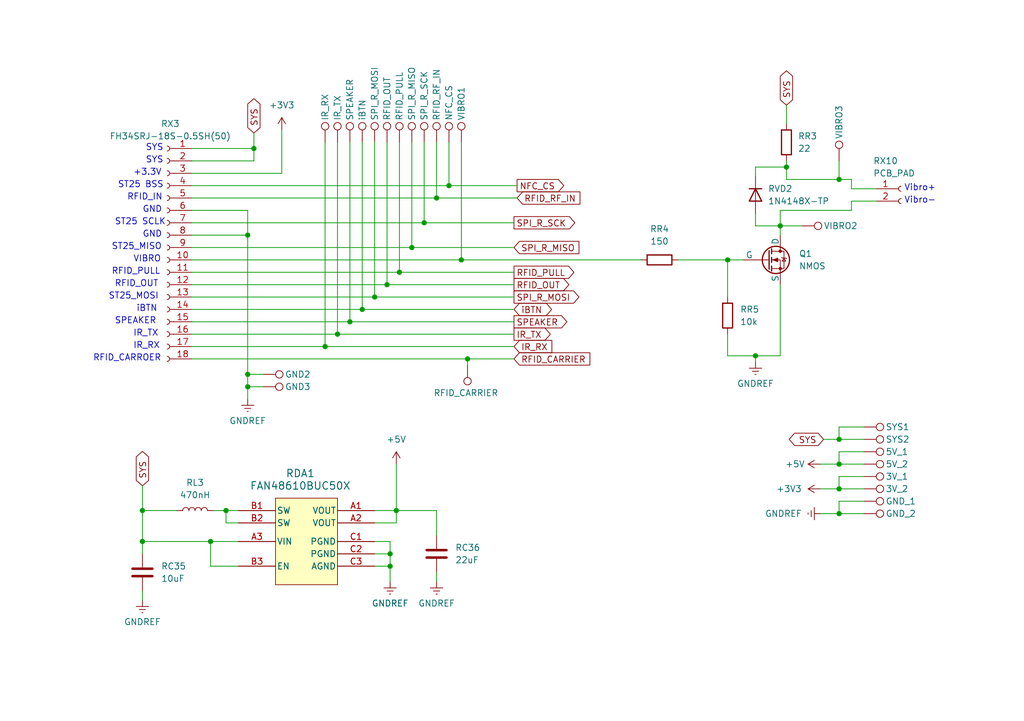
<source format=kicad_sch>
(kicad_sch
	(version 20250114)
	(generator "eeschema")
	(generator_version "9.0")
	(uuid "75c485fe-ffc4-4f6b-a8b2-2d62980acc1f")
	(paper "A5")
	(title_block
		(title "Flipper Device DIY")
		(rev "13.F7B9C6")
		(company "Originally from : Flipper Devices Inc.")
		(comment 1 "DIY Version 1.0")
	)
	(lib_symbols
		(symbol "Connector:Conn_01x02_Socket"
			(pin_names
				(offset 1.016)
				(hide yes)
			)
			(exclude_from_sim no)
			(in_bom yes)
			(on_board yes)
			(property "Reference" "J"
				(at 0 2.54 0)
				(effects
					(font
						(size 1.27 1.27)
					)
				)
			)
			(property "Value" "Conn_01x02_Socket"
				(at 0 -5.08 0)
				(effects
					(font
						(size 1.27 1.27)
					)
				)
			)
			(property "Footprint" ""
				(at 0 0 0)
				(effects
					(font
						(size 1.27 1.27)
					)
					(hide yes)
				)
			)
			(property "Datasheet" "~"
				(at 0 0 0)
				(effects
					(font
						(size 1.27 1.27)
					)
					(hide yes)
				)
			)
			(property "Description" "Generic connector, single row, 01x02, script generated"
				(at 0 0 0)
				(effects
					(font
						(size 1.27 1.27)
					)
					(hide yes)
				)
			)
			(property "ki_locked" ""
				(at 0 0 0)
				(effects
					(font
						(size 1.27 1.27)
					)
				)
			)
			(property "ki_keywords" "connector"
				(at 0 0 0)
				(effects
					(font
						(size 1.27 1.27)
					)
					(hide yes)
				)
			)
			(property "ki_fp_filters" "Connector*:*_1x??_*"
				(at 0 0 0)
				(effects
					(font
						(size 1.27 1.27)
					)
					(hide yes)
				)
			)
			(symbol "Conn_01x02_Socket_1_1"
				(polyline
					(pts
						(xy -1.27 0) (xy -0.508 0)
					)
					(stroke
						(width 0.1524)
						(type default)
					)
					(fill
						(type none)
					)
				)
				(polyline
					(pts
						(xy -1.27 -2.54) (xy -0.508 -2.54)
					)
					(stroke
						(width 0.1524)
						(type default)
					)
					(fill
						(type none)
					)
				)
				(arc
					(start 0 -0.508)
					(mid -0.5058 0)
					(end 0 0.508)
					(stroke
						(width 0.1524)
						(type default)
					)
					(fill
						(type none)
					)
				)
				(arc
					(start 0 -3.048)
					(mid -0.5058 -2.54)
					(end 0 -2.032)
					(stroke
						(width 0.1524)
						(type default)
					)
					(fill
						(type none)
					)
				)
				(pin passive line
					(at -5.08 0 0)
					(length 3.81)
					(name "Pin_1"
						(effects
							(font
								(size 1.27 1.27)
							)
						)
					)
					(number "1"
						(effects
							(font
								(size 1.27 1.27)
							)
						)
					)
				)
				(pin passive line
					(at -5.08 -2.54 0)
					(length 3.81)
					(name "Pin_2"
						(effects
							(font
								(size 1.27 1.27)
							)
						)
					)
					(number "2"
						(effects
							(font
								(size 1.27 1.27)
							)
						)
					)
				)
			)
			(embedded_fonts no)
		)
		(symbol "Connector:Conn_01x18_Socket"
			(pin_names
				(offset 1.016)
				(hide yes)
			)
			(exclude_from_sim no)
			(in_bom yes)
			(on_board yes)
			(property "Reference" "J"
				(at 0 22.86 0)
				(effects
					(font
						(size 1.27 1.27)
					)
				)
			)
			(property "Value" "Conn_01x18_Socket"
				(at 0 -25.4 0)
				(effects
					(font
						(size 1.27 1.27)
					)
				)
			)
			(property "Footprint" ""
				(at 0 0 0)
				(effects
					(font
						(size 1.27 1.27)
					)
					(hide yes)
				)
			)
			(property "Datasheet" "~"
				(at 0 0 0)
				(effects
					(font
						(size 1.27 1.27)
					)
					(hide yes)
				)
			)
			(property "Description" "Generic connector, single row, 01x18, script generated"
				(at 0 0 0)
				(effects
					(font
						(size 1.27 1.27)
					)
					(hide yes)
				)
			)
			(property "ki_locked" ""
				(at 0 0 0)
				(effects
					(font
						(size 1.27 1.27)
					)
				)
			)
			(property "ki_keywords" "connector"
				(at 0 0 0)
				(effects
					(font
						(size 1.27 1.27)
					)
					(hide yes)
				)
			)
			(property "ki_fp_filters" "Connector*:*_1x??_*"
				(at 0 0 0)
				(effects
					(font
						(size 1.27 1.27)
					)
					(hide yes)
				)
			)
			(symbol "Conn_01x18_Socket_1_1"
				(polyline
					(pts
						(xy -1.27 20.32) (xy -0.508 20.32)
					)
					(stroke
						(width 0.1524)
						(type default)
					)
					(fill
						(type none)
					)
				)
				(polyline
					(pts
						(xy -1.27 17.78) (xy -0.508 17.78)
					)
					(stroke
						(width 0.1524)
						(type default)
					)
					(fill
						(type none)
					)
				)
				(polyline
					(pts
						(xy -1.27 15.24) (xy -0.508 15.24)
					)
					(stroke
						(width 0.1524)
						(type default)
					)
					(fill
						(type none)
					)
				)
				(polyline
					(pts
						(xy -1.27 12.7) (xy -0.508 12.7)
					)
					(stroke
						(width 0.1524)
						(type default)
					)
					(fill
						(type none)
					)
				)
				(polyline
					(pts
						(xy -1.27 10.16) (xy -0.508 10.16)
					)
					(stroke
						(width 0.1524)
						(type default)
					)
					(fill
						(type none)
					)
				)
				(polyline
					(pts
						(xy -1.27 7.62) (xy -0.508 7.62)
					)
					(stroke
						(width 0.1524)
						(type default)
					)
					(fill
						(type none)
					)
				)
				(polyline
					(pts
						(xy -1.27 5.08) (xy -0.508 5.08)
					)
					(stroke
						(width 0.1524)
						(type default)
					)
					(fill
						(type none)
					)
				)
				(polyline
					(pts
						(xy -1.27 2.54) (xy -0.508 2.54)
					)
					(stroke
						(width 0.1524)
						(type default)
					)
					(fill
						(type none)
					)
				)
				(polyline
					(pts
						(xy -1.27 0) (xy -0.508 0)
					)
					(stroke
						(width 0.1524)
						(type default)
					)
					(fill
						(type none)
					)
				)
				(polyline
					(pts
						(xy -1.27 -2.54) (xy -0.508 -2.54)
					)
					(stroke
						(width 0.1524)
						(type default)
					)
					(fill
						(type none)
					)
				)
				(polyline
					(pts
						(xy -1.27 -5.08) (xy -0.508 -5.08)
					)
					(stroke
						(width 0.1524)
						(type default)
					)
					(fill
						(type none)
					)
				)
				(polyline
					(pts
						(xy -1.27 -7.62) (xy -0.508 -7.62)
					)
					(stroke
						(width 0.1524)
						(type default)
					)
					(fill
						(type none)
					)
				)
				(polyline
					(pts
						(xy -1.27 -10.16) (xy -0.508 -10.16)
					)
					(stroke
						(width 0.1524)
						(type default)
					)
					(fill
						(type none)
					)
				)
				(polyline
					(pts
						(xy -1.27 -12.7) (xy -0.508 -12.7)
					)
					(stroke
						(width 0.1524)
						(type default)
					)
					(fill
						(type none)
					)
				)
				(polyline
					(pts
						(xy -1.27 -15.24) (xy -0.508 -15.24)
					)
					(stroke
						(width 0.1524)
						(type default)
					)
					(fill
						(type none)
					)
				)
				(polyline
					(pts
						(xy -1.27 -17.78) (xy -0.508 -17.78)
					)
					(stroke
						(width 0.1524)
						(type default)
					)
					(fill
						(type none)
					)
				)
				(polyline
					(pts
						(xy -1.27 -20.32) (xy -0.508 -20.32)
					)
					(stroke
						(width 0.1524)
						(type default)
					)
					(fill
						(type none)
					)
				)
				(polyline
					(pts
						(xy -1.27 -22.86) (xy -0.508 -22.86)
					)
					(stroke
						(width 0.1524)
						(type default)
					)
					(fill
						(type none)
					)
				)
				(arc
					(start 0 19.812)
					(mid -0.5058 20.32)
					(end 0 20.828)
					(stroke
						(width 0.1524)
						(type default)
					)
					(fill
						(type none)
					)
				)
				(arc
					(start 0 17.272)
					(mid -0.5058 17.78)
					(end 0 18.288)
					(stroke
						(width 0.1524)
						(type default)
					)
					(fill
						(type none)
					)
				)
				(arc
					(start 0 14.732)
					(mid -0.5058 15.24)
					(end 0 15.748)
					(stroke
						(width 0.1524)
						(type default)
					)
					(fill
						(type none)
					)
				)
				(arc
					(start 0 12.192)
					(mid -0.5058 12.7)
					(end 0 13.208)
					(stroke
						(width 0.1524)
						(type default)
					)
					(fill
						(type none)
					)
				)
				(arc
					(start 0 9.652)
					(mid -0.5058 10.16)
					(end 0 10.668)
					(stroke
						(width 0.1524)
						(type default)
					)
					(fill
						(type none)
					)
				)
				(arc
					(start 0 7.112)
					(mid -0.5058 7.62)
					(end 0 8.128)
					(stroke
						(width 0.1524)
						(type default)
					)
					(fill
						(type none)
					)
				)
				(arc
					(start 0 4.572)
					(mid -0.5058 5.08)
					(end 0 5.588)
					(stroke
						(width 0.1524)
						(type default)
					)
					(fill
						(type none)
					)
				)
				(arc
					(start 0 2.032)
					(mid -0.5058 2.54)
					(end 0 3.048)
					(stroke
						(width 0.1524)
						(type default)
					)
					(fill
						(type none)
					)
				)
				(arc
					(start 0 -0.508)
					(mid -0.5058 0)
					(end 0 0.508)
					(stroke
						(width 0.1524)
						(type default)
					)
					(fill
						(type none)
					)
				)
				(arc
					(start 0 -3.048)
					(mid -0.5058 -2.54)
					(end 0 -2.032)
					(stroke
						(width 0.1524)
						(type default)
					)
					(fill
						(type none)
					)
				)
				(arc
					(start 0 -5.588)
					(mid -0.5058 -5.08)
					(end 0 -4.572)
					(stroke
						(width 0.1524)
						(type default)
					)
					(fill
						(type none)
					)
				)
				(arc
					(start 0 -8.128)
					(mid -0.5058 -7.62)
					(end 0 -7.112)
					(stroke
						(width 0.1524)
						(type default)
					)
					(fill
						(type none)
					)
				)
				(arc
					(start 0 -10.668)
					(mid -0.5058 -10.16)
					(end 0 -9.652)
					(stroke
						(width 0.1524)
						(type default)
					)
					(fill
						(type none)
					)
				)
				(arc
					(start 0 -13.208)
					(mid -0.5058 -12.7)
					(end 0 -12.192)
					(stroke
						(width 0.1524)
						(type default)
					)
					(fill
						(type none)
					)
				)
				(arc
					(start 0 -15.748)
					(mid -0.5058 -15.24)
					(end 0 -14.732)
					(stroke
						(width 0.1524)
						(type default)
					)
					(fill
						(type none)
					)
				)
				(arc
					(start 0 -18.288)
					(mid -0.5058 -17.78)
					(end 0 -17.272)
					(stroke
						(width 0.1524)
						(type default)
					)
					(fill
						(type none)
					)
				)
				(arc
					(start 0 -20.828)
					(mid -0.5058 -20.32)
					(end 0 -19.812)
					(stroke
						(width 0.1524)
						(type default)
					)
					(fill
						(type none)
					)
				)
				(arc
					(start 0 -23.368)
					(mid -0.5058 -22.86)
					(end 0 -22.352)
					(stroke
						(width 0.1524)
						(type default)
					)
					(fill
						(type none)
					)
				)
				(pin passive line
					(at -5.08 20.32 0)
					(length 3.81)
					(name "Pin_1"
						(effects
							(font
								(size 1.27 1.27)
							)
						)
					)
					(number "1"
						(effects
							(font
								(size 1.27 1.27)
							)
						)
					)
				)
				(pin passive line
					(at -5.08 17.78 0)
					(length 3.81)
					(name "Pin_2"
						(effects
							(font
								(size 1.27 1.27)
							)
						)
					)
					(number "2"
						(effects
							(font
								(size 1.27 1.27)
							)
						)
					)
				)
				(pin passive line
					(at -5.08 15.24 0)
					(length 3.81)
					(name "Pin_3"
						(effects
							(font
								(size 1.27 1.27)
							)
						)
					)
					(number "3"
						(effects
							(font
								(size 1.27 1.27)
							)
						)
					)
				)
				(pin passive line
					(at -5.08 12.7 0)
					(length 3.81)
					(name "Pin_4"
						(effects
							(font
								(size 1.27 1.27)
							)
						)
					)
					(number "4"
						(effects
							(font
								(size 1.27 1.27)
							)
						)
					)
				)
				(pin passive line
					(at -5.08 10.16 0)
					(length 3.81)
					(name "Pin_5"
						(effects
							(font
								(size 1.27 1.27)
							)
						)
					)
					(number "5"
						(effects
							(font
								(size 1.27 1.27)
							)
						)
					)
				)
				(pin passive line
					(at -5.08 7.62 0)
					(length 3.81)
					(name "Pin_6"
						(effects
							(font
								(size 1.27 1.27)
							)
						)
					)
					(number "6"
						(effects
							(font
								(size 1.27 1.27)
							)
						)
					)
				)
				(pin passive line
					(at -5.08 5.08 0)
					(length 3.81)
					(name "Pin_7"
						(effects
							(font
								(size 1.27 1.27)
							)
						)
					)
					(number "7"
						(effects
							(font
								(size 1.27 1.27)
							)
						)
					)
				)
				(pin passive line
					(at -5.08 2.54 0)
					(length 3.81)
					(name "Pin_8"
						(effects
							(font
								(size 1.27 1.27)
							)
						)
					)
					(number "8"
						(effects
							(font
								(size 1.27 1.27)
							)
						)
					)
				)
				(pin passive line
					(at -5.08 0 0)
					(length 3.81)
					(name "Pin_9"
						(effects
							(font
								(size 1.27 1.27)
							)
						)
					)
					(number "9"
						(effects
							(font
								(size 1.27 1.27)
							)
						)
					)
				)
				(pin passive line
					(at -5.08 -2.54 0)
					(length 3.81)
					(name "Pin_10"
						(effects
							(font
								(size 1.27 1.27)
							)
						)
					)
					(number "10"
						(effects
							(font
								(size 1.27 1.27)
							)
						)
					)
				)
				(pin passive line
					(at -5.08 -5.08 0)
					(length 3.81)
					(name "Pin_11"
						(effects
							(font
								(size 1.27 1.27)
							)
						)
					)
					(number "11"
						(effects
							(font
								(size 1.27 1.27)
							)
						)
					)
				)
				(pin passive line
					(at -5.08 -7.62 0)
					(length 3.81)
					(name "Pin_12"
						(effects
							(font
								(size 1.27 1.27)
							)
						)
					)
					(number "12"
						(effects
							(font
								(size 1.27 1.27)
							)
						)
					)
				)
				(pin passive line
					(at -5.08 -10.16 0)
					(length 3.81)
					(name "Pin_13"
						(effects
							(font
								(size 1.27 1.27)
							)
						)
					)
					(number "13"
						(effects
							(font
								(size 1.27 1.27)
							)
						)
					)
				)
				(pin passive line
					(at -5.08 -12.7 0)
					(length 3.81)
					(name "Pin_14"
						(effects
							(font
								(size 1.27 1.27)
							)
						)
					)
					(number "14"
						(effects
							(font
								(size 1.27 1.27)
							)
						)
					)
				)
				(pin passive line
					(at -5.08 -15.24 0)
					(length 3.81)
					(name "Pin_15"
						(effects
							(font
								(size 1.27 1.27)
							)
						)
					)
					(number "15"
						(effects
							(font
								(size 1.27 1.27)
							)
						)
					)
				)
				(pin passive line
					(at -5.08 -17.78 0)
					(length 3.81)
					(name "Pin_16"
						(effects
							(font
								(size 1.27 1.27)
							)
						)
					)
					(number "16"
						(effects
							(font
								(size 1.27 1.27)
							)
						)
					)
				)
				(pin passive line
					(at -5.08 -20.32 0)
					(length 3.81)
					(name "Pin_17"
						(effects
							(font
								(size 1.27 1.27)
							)
						)
					)
					(number "17"
						(effects
							(font
								(size 1.27 1.27)
							)
						)
					)
				)
				(pin passive line
					(at -5.08 -22.86 0)
					(length 3.81)
					(name "Pin_18"
						(effects
							(font
								(size 1.27 1.27)
							)
						)
					)
					(number "18"
						(effects
							(font
								(size 1.27 1.27)
							)
						)
					)
				)
			)
			(embedded_fonts no)
		)
		(symbol "Connector:TestPoint"
			(pin_numbers
				(hide yes)
			)
			(pin_names
				(offset 0.762)
				(hide yes)
			)
			(exclude_from_sim no)
			(in_bom yes)
			(on_board yes)
			(property "Reference" "TP"
				(at 0 6.858 0)
				(effects
					(font
						(size 1.27 1.27)
					)
				)
			)
			(property "Value" "TestPoint"
				(at 0 5.08 0)
				(effects
					(font
						(size 1.27 1.27)
					)
				)
			)
			(property "Footprint" ""
				(at 5.08 0 0)
				(effects
					(font
						(size 1.27 1.27)
					)
					(hide yes)
				)
			)
			(property "Datasheet" "~"
				(at 5.08 0 0)
				(effects
					(font
						(size 1.27 1.27)
					)
					(hide yes)
				)
			)
			(property "Description" "test point"
				(at 0 0 0)
				(effects
					(font
						(size 1.27 1.27)
					)
					(hide yes)
				)
			)
			(property "ki_keywords" "test point tp"
				(at 0 0 0)
				(effects
					(font
						(size 1.27 1.27)
					)
					(hide yes)
				)
			)
			(property "ki_fp_filters" "Pin* Test*"
				(at 0 0 0)
				(effects
					(font
						(size 1.27 1.27)
					)
					(hide yes)
				)
			)
			(symbol "TestPoint_0_1"
				(circle
					(center 0 3.302)
					(radius 0.762)
					(stroke
						(width 0)
						(type default)
					)
					(fill
						(type none)
					)
				)
			)
			(symbol "TestPoint_1_1"
				(pin passive line
					(at 0 0 90)
					(length 2.54)
					(name "1"
						(effects
							(font
								(size 1.27 1.27)
							)
						)
					)
					(number "1"
						(effects
							(font
								(size 1.27 1.27)
							)
						)
					)
				)
			)
			(embedded_fonts no)
		)
		(symbol "Device:C"
			(pin_numbers
				(hide yes)
			)
			(pin_names
				(offset 0.254)
			)
			(exclude_from_sim no)
			(in_bom yes)
			(on_board yes)
			(property "Reference" "C"
				(at 0.635 2.54 0)
				(effects
					(font
						(size 1.27 1.27)
					)
					(justify left)
				)
			)
			(property "Value" "C"
				(at 0.635 -2.54 0)
				(effects
					(font
						(size 1.27 1.27)
					)
					(justify left)
				)
			)
			(property "Footprint" ""
				(at 0.9652 -3.81 0)
				(effects
					(font
						(size 1.27 1.27)
					)
					(hide yes)
				)
			)
			(property "Datasheet" "~"
				(at 0 0 0)
				(effects
					(font
						(size 1.27 1.27)
					)
					(hide yes)
				)
			)
			(property "Description" "Unpolarized capacitor"
				(at 0 0 0)
				(effects
					(font
						(size 1.27 1.27)
					)
					(hide yes)
				)
			)
			(property "ki_keywords" "cap capacitor"
				(at 0 0 0)
				(effects
					(font
						(size 1.27 1.27)
					)
					(hide yes)
				)
			)
			(property "ki_fp_filters" "C_*"
				(at 0 0 0)
				(effects
					(font
						(size 1.27 1.27)
					)
					(hide yes)
				)
			)
			(symbol "C_0_1"
				(polyline
					(pts
						(xy -2.032 0.762) (xy 2.032 0.762)
					)
					(stroke
						(width 0.508)
						(type default)
					)
					(fill
						(type none)
					)
				)
				(polyline
					(pts
						(xy -2.032 -0.762) (xy 2.032 -0.762)
					)
					(stroke
						(width 0.508)
						(type default)
					)
					(fill
						(type none)
					)
				)
			)
			(symbol "C_1_1"
				(pin passive line
					(at 0 3.81 270)
					(length 2.794)
					(name "~"
						(effects
							(font
								(size 1.27 1.27)
							)
						)
					)
					(number "1"
						(effects
							(font
								(size 1.27 1.27)
							)
						)
					)
				)
				(pin passive line
					(at 0 -3.81 90)
					(length 2.794)
					(name "~"
						(effects
							(font
								(size 1.27 1.27)
							)
						)
					)
					(number "2"
						(effects
							(font
								(size 1.27 1.27)
							)
						)
					)
				)
			)
			(embedded_fonts no)
		)
		(symbol "Device:D"
			(pin_numbers
				(hide yes)
			)
			(pin_names
				(offset 1.016)
				(hide yes)
			)
			(exclude_from_sim no)
			(in_bom yes)
			(on_board yes)
			(property "Reference" "D"
				(at 0 2.54 0)
				(effects
					(font
						(size 1.27 1.27)
					)
				)
			)
			(property "Value" "D"
				(at 0 -2.54 0)
				(effects
					(font
						(size 1.27 1.27)
					)
				)
			)
			(property "Footprint" ""
				(at 0 0 0)
				(effects
					(font
						(size 1.27 1.27)
					)
					(hide yes)
				)
			)
			(property "Datasheet" "~"
				(at 0 0 0)
				(effects
					(font
						(size 1.27 1.27)
					)
					(hide yes)
				)
			)
			(property "Description" "Diode"
				(at 0 0 0)
				(effects
					(font
						(size 1.27 1.27)
					)
					(hide yes)
				)
			)
			(property "Sim.Device" "D"
				(at 0 0 0)
				(effects
					(font
						(size 1.27 1.27)
					)
					(hide yes)
				)
			)
			(property "Sim.Pins" "1=K 2=A"
				(at 0 0 0)
				(effects
					(font
						(size 1.27 1.27)
					)
					(hide yes)
				)
			)
			(property "ki_keywords" "diode"
				(at 0 0 0)
				(effects
					(font
						(size 1.27 1.27)
					)
					(hide yes)
				)
			)
			(property "ki_fp_filters" "TO-???* *_Diode_* *SingleDiode* D_*"
				(at 0 0 0)
				(effects
					(font
						(size 1.27 1.27)
					)
					(hide yes)
				)
			)
			(symbol "D_0_1"
				(polyline
					(pts
						(xy -1.27 1.27) (xy -1.27 -1.27)
					)
					(stroke
						(width 0.254)
						(type default)
					)
					(fill
						(type none)
					)
				)
				(polyline
					(pts
						(xy 1.27 1.27) (xy 1.27 -1.27) (xy -1.27 0) (xy 1.27 1.27)
					)
					(stroke
						(width 0.254)
						(type default)
					)
					(fill
						(type none)
					)
				)
				(polyline
					(pts
						(xy 1.27 0) (xy -1.27 0)
					)
					(stroke
						(width 0)
						(type default)
					)
					(fill
						(type none)
					)
				)
			)
			(symbol "D_1_1"
				(pin passive line
					(at -3.81 0 0)
					(length 2.54)
					(name "K"
						(effects
							(font
								(size 1.27 1.27)
							)
						)
					)
					(number "1"
						(effects
							(font
								(size 1.27 1.27)
							)
						)
					)
				)
				(pin passive line
					(at 3.81 0 180)
					(length 2.54)
					(name "A"
						(effects
							(font
								(size 1.27 1.27)
							)
						)
					)
					(number "2"
						(effects
							(font
								(size 1.27 1.27)
							)
						)
					)
				)
			)
			(embedded_fonts no)
		)
		(symbol "Device:L"
			(pin_numbers
				(hide yes)
			)
			(pin_names
				(offset 1.016)
				(hide yes)
			)
			(exclude_from_sim no)
			(in_bom yes)
			(on_board yes)
			(property "Reference" "L"
				(at -1.27 0 90)
				(effects
					(font
						(size 1.27 1.27)
					)
				)
			)
			(property "Value" "L"
				(at 1.905 0 90)
				(effects
					(font
						(size 1.27 1.27)
					)
				)
			)
			(property "Footprint" ""
				(at 0 0 0)
				(effects
					(font
						(size 1.27 1.27)
					)
					(hide yes)
				)
			)
			(property "Datasheet" "~"
				(at 0 0 0)
				(effects
					(font
						(size 1.27 1.27)
					)
					(hide yes)
				)
			)
			(property "Description" "Inductor"
				(at 0 0 0)
				(effects
					(font
						(size 1.27 1.27)
					)
					(hide yes)
				)
			)
			(property "ki_keywords" "inductor choke coil reactor magnetic"
				(at 0 0 0)
				(effects
					(font
						(size 1.27 1.27)
					)
					(hide yes)
				)
			)
			(property "ki_fp_filters" "Choke_* *Coil* Inductor_* L_*"
				(at 0 0 0)
				(effects
					(font
						(size 1.27 1.27)
					)
					(hide yes)
				)
			)
			(symbol "L_0_1"
				(arc
					(start 0 2.54)
					(mid 0.6323 1.905)
					(end 0 1.27)
					(stroke
						(width 0)
						(type default)
					)
					(fill
						(type none)
					)
				)
				(arc
					(start 0 1.27)
					(mid 0.6323 0.635)
					(end 0 0)
					(stroke
						(width 0)
						(type default)
					)
					(fill
						(type none)
					)
				)
				(arc
					(start 0 0)
					(mid 0.6323 -0.635)
					(end 0 -1.27)
					(stroke
						(width 0)
						(type default)
					)
					(fill
						(type none)
					)
				)
				(arc
					(start 0 -1.27)
					(mid 0.6323 -1.905)
					(end 0 -2.54)
					(stroke
						(width 0)
						(type default)
					)
					(fill
						(type none)
					)
				)
			)
			(symbol "L_1_1"
				(pin passive line
					(at 0 3.81 270)
					(length 1.27)
					(name "1"
						(effects
							(font
								(size 1.27 1.27)
							)
						)
					)
					(number "1"
						(effects
							(font
								(size 1.27 1.27)
							)
						)
					)
				)
				(pin passive line
					(at 0 -3.81 90)
					(length 1.27)
					(name "2"
						(effects
							(font
								(size 1.27 1.27)
							)
						)
					)
					(number "2"
						(effects
							(font
								(size 1.27 1.27)
							)
						)
					)
				)
			)
			(embedded_fonts no)
		)
		(symbol "Device:R"
			(pin_numbers
				(hide yes)
			)
			(pin_names
				(offset 0)
			)
			(exclude_from_sim no)
			(in_bom yes)
			(on_board yes)
			(property "Reference" "R"
				(at 2.032 0 90)
				(effects
					(font
						(size 1.27 1.27)
					)
				)
			)
			(property "Value" "R"
				(at 0 0 90)
				(effects
					(font
						(size 1.27 1.27)
					)
				)
			)
			(property "Footprint" ""
				(at -1.778 0 90)
				(effects
					(font
						(size 1.27 1.27)
					)
					(hide yes)
				)
			)
			(property "Datasheet" "~"
				(at 0 0 0)
				(effects
					(font
						(size 1.27 1.27)
					)
					(hide yes)
				)
			)
			(property "Description" "Resistor"
				(at 0 0 0)
				(effects
					(font
						(size 1.27 1.27)
					)
					(hide yes)
				)
			)
			(property "ki_keywords" "R res resistor"
				(at 0 0 0)
				(effects
					(font
						(size 1.27 1.27)
					)
					(hide yes)
				)
			)
			(property "ki_fp_filters" "R_*"
				(at 0 0 0)
				(effects
					(font
						(size 1.27 1.27)
					)
					(hide yes)
				)
			)
			(symbol "R_0_1"
				(rectangle
					(start -1.016 -2.54)
					(end 1.016 2.54)
					(stroke
						(width 0.254)
						(type default)
					)
					(fill
						(type none)
					)
				)
			)
			(symbol "R_1_1"
				(pin passive line
					(at 0 3.81 270)
					(length 1.27)
					(name "~"
						(effects
							(font
								(size 1.27 1.27)
							)
						)
					)
					(number "1"
						(effects
							(font
								(size 1.27 1.27)
							)
						)
					)
				)
				(pin passive line
					(at 0 -3.81 90)
					(length 1.27)
					(name "~"
						(effects
							(font
								(size 1.27 1.27)
							)
						)
					)
					(number "2"
						(effects
							(font
								(size 1.27 1.27)
							)
						)
					)
				)
			)
			(embedded_fonts no)
		)
		(symbol "FAN48610BUC50X:FAN48610BUC50X"
			(pin_names
				(offset 0.254)
			)
			(exclude_from_sim no)
			(in_bom yes)
			(on_board yes)
			(property "Reference" "RDA"
				(at 0 7.62 0)
				(effects
					(font
						(size 1.524 1.524)
					)
				)
			)
			(property "Value" "FAN48610BUC50X"
				(at 0 5.08 0)
				(effects
					(font
						(size 1.524 1.524)
					)
				)
			)
			(property "Footprint" "WLCSP9_1P2X1P2_ONS"
				(at 20.32 1.27 0)
				(effects
					(font
						(size 1.27 1.27)
						(italic yes)
					)
					(hide yes)
				)
			)
			(property "Datasheet" "FAN48610BUC50X"
				(at 15.24 0 0)
				(effects
					(font
						(size 1.27 1.27)
						(italic yes)
					)
					(hide yes)
				)
			)
			(property "Description" ""
				(at 0 0 0)
				(effects
					(font
						(size 1.27 1.27)
					)
					(hide yes)
				)
			)
			(property "ki_locked" ""
				(at 0 0 0)
				(effects
					(font
						(size 1.27 1.27)
					)
				)
			)
			(property "ki_keywords" "FAN48610BUC50X"
				(at 0 0 0)
				(effects
					(font
						(size 1.27 1.27)
					)
					(hide yes)
				)
			)
			(property "ki_fp_filters" "WLCSP9_1P2X1P2_ONS"
				(at 0 0 0)
				(effects
					(font
						(size 1.27 1.27)
					)
					(hide yes)
				)
			)
			(symbol "FAN48610BUC50X_0_1"
				(pin unspecified line
					(at -12.7 0 0)
					(length 7.62)
					(name "SW"
						(effects
							(font
								(size 1.27 1.27)
							)
						)
					)
					(number "B1"
						(effects
							(font
								(size 1.27 1.27)
							)
						)
					)
				)
				(pin unspecified line
					(at -12.7 -2.54 0)
					(length 7.62)
					(name "SW"
						(effects
							(font
								(size 1.27 1.27)
							)
						)
					)
					(number "B2"
						(effects
							(font
								(size 1.27 1.27)
							)
						)
					)
				)
				(pin unspecified line
					(at -12.7 -6.35 0)
					(length 7.62)
					(name "VIN"
						(effects
							(font
								(size 1.27 1.27)
							)
						)
					)
					(number "A3"
						(effects
							(font
								(size 1.27 1.27)
							)
						)
					)
				)
				(pin unspecified line
					(at -12.7 -11.43 0)
					(length 7.62)
					(name "EN"
						(effects
							(font
								(size 1.27 1.27)
							)
						)
					)
					(number "B3"
						(effects
							(font
								(size 1.27 1.27)
							)
						)
					)
				)
				(pin output line
					(at 15.24 0 180)
					(length 7.62)
					(name "VOUT"
						(effects
							(font
								(size 1.27 1.27)
							)
						)
					)
					(number "A1"
						(effects
							(font
								(size 1.27 1.27)
							)
						)
					)
				)
				(pin output line
					(at 15.24 -2.54 180)
					(length 7.62)
					(name "VOUT"
						(effects
							(font
								(size 1.27 1.27)
							)
						)
					)
					(number "A2"
						(effects
							(font
								(size 1.27 1.27)
							)
						)
					)
				)
				(pin power_out line
					(at 15.24 -6.35 180)
					(length 7.62)
					(name "PGND"
						(effects
							(font
								(size 1.27 1.27)
							)
						)
					)
					(number "C1"
						(effects
							(font
								(size 1.27 1.27)
							)
						)
					)
				)
				(pin power_out line
					(at 15.24 -8.89 180)
					(length 7.62)
					(name "PGND"
						(effects
							(font
								(size 1.27 1.27)
							)
						)
					)
					(number "C2"
						(effects
							(font
								(size 1.27 1.27)
							)
						)
					)
				)
				(pin power_out line
					(at 15.24 -11.43 180)
					(length 7.62)
					(name "AGND"
						(effects
							(font
								(size 1.27 1.27)
							)
						)
					)
					(number "C3"
						(effects
							(font
								(size 1.27 1.27)
							)
						)
					)
				)
			)
			(symbol "FAN48610BUC50X_1_1"
				(rectangle
					(start -5.08 2.54)
					(end 7.62 -15.24)
					(stroke
						(width 0)
						(type default)
					)
					(fill
						(type background)
					)
				)
			)
			(embedded_fonts no)
		)
		(symbol "Simulation_SPICE:NMOS"
			(pin_numbers
				(hide yes)
			)
			(pin_names
				(offset 0)
			)
			(exclude_from_sim no)
			(in_bom yes)
			(on_board yes)
			(property "Reference" "Q"
				(at 5.08 1.27 0)
				(effects
					(font
						(size 1.27 1.27)
					)
					(justify left)
				)
			)
			(property "Value" "NMOS"
				(at 5.08 -1.27 0)
				(effects
					(font
						(size 1.27 1.27)
					)
					(justify left)
				)
			)
			(property "Footprint" ""
				(at 5.08 2.54 0)
				(effects
					(font
						(size 1.27 1.27)
					)
					(hide yes)
				)
			)
			(property "Datasheet" "https://ngspice.sourceforge.io/docs/ngspice-manual.pdf"
				(at 0 -12.7 0)
				(effects
					(font
						(size 1.27 1.27)
					)
					(hide yes)
				)
			)
			(property "Description" "N-MOSFET transistor, drain/source/gate"
				(at 0 0 0)
				(effects
					(font
						(size 1.27 1.27)
					)
					(hide yes)
				)
			)
			(property "Sim.Device" "NMOS"
				(at 0 -17.145 0)
				(effects
					(font
						(size 1.27 1.27)
					)
					(hide yes)
				)
			)
			(property "Sim.Type" "VDMOS"
				(at 0 -19.05 0)
				(effects
					(font
						(size 1.27 1.27)
					)
					(hide yes)
				)
			)
			(property "Sim.Pins" "1=D 2=G 3=S"
				(at 0 -15.24 0)
				(effects
					(font
						(size 1.27 1.27)
					)
					(hide yes)
				)
			)
			(property "ki_keywords" "transistor NMOS N-MOS N-MOSFET simulation"
				(at 0 0 0)
				(effects
					(font
						(size 1.27 1.27)
					)
					(hide yes)
				)
			)
			(symbol "NMOS_0_1"
				(polyline
					(pts
						(xy 0.254 1.905) (xy 0.254 -1.905)
					)
					(stroke
						(width 0.254)
						(type default)
					)
					(fill
						(type none)
					)
				)
				(polyline
					(pts
						(xy 0.254 0) (xy -2.54 0)
					)
					(stroke
						(width 0)
						(type default)
					)
					(fill
						(type none)
					)
				)
				(polyline
					(pts
						(xy 0.762 2.286) (xy 0.762 1.27)
					)
					(stroke
						(width 0.254)
						(type default)
					)
					(fill
						(type none)
					)
				)
				(polyline
					(pts
						(xy 0.762 0.508) (xy 0.762 -0.508)
					)
					(stroke
						(width 0.254)
						(type default)
					)
					(fill
						(type none)
					)
				)
				(polyline
					(pts
						(xy 0.762 -1.27) (xy 0.762 -2.286)
					)
					(stroke
						(width 0.254)
						(type default)
					)
					(fill
						(type none)
					)
				)
				(polyline
					(pts
						(xy 0.762 -1.778) (xy 3.302 -1.778) (xy 3.302 1.778) (xy 0.762 1.778)
					)
					(stroke
						(width 0)
						(type default)
					)
					(fill
						(type none)
					)
				)
				(polyline
					(pts
						(xy 1.016 0) (xy 2.032 0.381) (xy 2.032 -0.381) (xy 1.016 0)
					)
					(stroke
						(width 0)
						(type default)
					)
					(fill
						(type outline)
					)
				)
				(circle
					(center 1.651 0)
					(radius 2.794)
					(stroke
						(width 0.254)
						(type default)
					)
					(fill
						(type none)
					)
				)
				(polyline
					(pts
						(xy 2.54 2.54) (xy 2.54 1.778)
					)
					(stroke
						(width 0)
						(type default)
					)
					(fill
						(type none)
					)
				)
				(circle
					(center 2.54 1.778)
					(radius 0.254)
					(stroke
						(width 0)
						(type default)
					)
					(fill
						(type outline)
					)
				)
				(circle
					(center 2.54 -1.778)
					(radius 0.254)
					(stroke
						(width 0)
						(type default)
					)
					(fill
						(type outline)
					)
				)
				(polyline
					(pts
						(xy 2.54 -2.54) (xy 2.54 0) (xy 0.762 0)
					)
					(stroke
						(width 0)
						(type default)
					)
					(fill
						(type none)
					)
				)
				(polyline
					(pts
						(xy 2.794 0.508) (xy 2.921 0.381) (xy 3.683 0.381) (xy 3.81 0.254)
					)
					(stroke
						(width 0)
						(type default)
					)
					(fill
						(type none)
					)
				)
				(polyline
					(pts
						(xy 3.302 0.381) (xy 2.921 -0.254) (xy 3.683 -0.254) (xy 3.302 0.381)
					)
					(stroke
						(width 0)
						(type default)
					)
					(fill
						(type none)
					)
				)
			)
			(symbol "NMOS_1_1"
				(pin input line
					(at -5.08 0 0)
					(length 2.54)
					(name "G"
						(effects
							(font
								(size 1.27 1.27)
							)
						)
					)
					(number "2"
						(effects
							(font
								(size 1.27 1.27)
							)
						)
					)
				)
				(pin passive line
					(at 2.54 5.08 270)
					(length 2.54)
					(name "D"
						(effects
							(font
								(size 1.27 1.27)
							)
						)
					)
					(number "1"
						(effects
							(font
								(size 1.27 1.27)
							)
						)
					)
				)
				(pin passive line
					(at 2.54 -5.08 90)
					(length 2.54)
					(name "S"
						(effects
							(font
								(size 1.27 1.27)
							)
						)
					)
					(number "3"
						(effects
							(font
								(size 1.27 1.27)
							)
						)
					)
				)
			)
			(embedded_fonts no)
		)
		(symbol "power:+3V3"
			(power)
			(pin_names
				(offset 0)
			)
			(exclude_from_sim no)
			(in_bom yes)
			(on_board yes)
			(property "Reference" "#PWR"
				(at 0 -3.81 0)
				(effects
					(font
						(size 1.27 1.27)
					)
					(hide yes)
				)
			)
			(property "Value" "+3V3"
				(at 0 3.556 0)
				(effects
					(font
						(size 1.27 1.27)
					)
				)
			)
			(property "Footprint" ""
				(at 0 0 0)
				(effects
					(font
						(size 1.27 1.27)
					)
					(hide yes)
				)
			)
			(property "Datasheet" ""
				(at 0 0 0)
				(effects
					(font
						(size 1.27 1.27)
					)
					(hide yes)
				)
			)
			(property "Description" "Power symbol creates a global label with name \"+3V3\""
				(at 0 0 0)
				(effects
					(font
						(size 1.27 1.27)
					)
					(hide yes)
				)
			)
			(property "ki_keywords" "global power"
				(at 0 0 0)
				(effects
					(font
						(size 1.27 1.27)
					)
					(hide yes)
				)
			)
			(symbol "+3V3_0_1"
				(polyline
					(pts
						(xy -0.762 1.27) (xy 0 2.54)
					)
					(stroke
						(width 0)
						(type default)
					)
					(fill
						(type none)
					)
				)
				(polyline
					(pts
						(xy 0 2.54) (xy 0.762 1.27)
					)
					(stroke
						(width 0)
						(type default)
					)
					(fill
						(type none)
					)
				)
				(polyline
					(pts
						(xy 0 0) (xy 0 2.54)
					)
					(stroke
						(width 0)
						(type default)
					)
					(fill
						(type none)
					)
				)
			)
			(symbol "+3V3_1_1"
				(pin power_in line
					(at 0 0 90)
					(length 0)
					(hide yes)
					(name "+3V3"
						(effects
							(font
								(size 1.27 1.27)
							)
						)
					)
					(number "1"
						(effects
							(font
								(size 1.27 1.27)
							)
						)
					)
				)
			)
			(embedded_fonts no)
		)
		(symbol "power:+5V"
			(power)
			(pin_names
				(offset 0)
			)
			(exclude_from_sim no)
			(in_bom yes)
			(on_board yes)
			(property "Reference" "#PWR"
				(at 0 -3.81 0)
				(effects
					(font
						(size 1.27 1.27)
					)
					(hide yes)
				)
			)
			(property "Value" "+5V"
				(at 0 3.556 0)
				(effects
					(font
						(size 1.27 1.27)
					)
				)
			)
			(property "Footprint" ""
				(at 0 0 0)
				(effects
					(font
						(size 1.27 1.27)
					)
					(hide yes)
				)
			)
			(property "Datasheet" ""
				(at 0 0 0)
				(effects
					(font
						(size 1.27 1.27)
					)
					(hide yes)
				)
			)
			(property "Description" "Power symbol creates a global label with name \"+5V\""
				(at 0 0 0)
				(effects
					(font
						(size 1.27 1.27)
					)
					(hide yes)
				)
			)
			(property "ki_keywords" "global power"
				(at 0 0 0)
				(effects
					(font
						(size 1.27 1.27)
					)
					(hide yes)
				)
			)
			(symbol "+5V_0_1"
				(polyline
					(pts
						(xy -0.762 1.27) (xy 0 2.54)
					)
					(stroke
						(width 0)
						(type default)
					)
					(fill
						(type none)
					)
				)
				(polyline
					(pts
						(xy 0 2.54) (xy 0.762 1.27)
					)
					(stroke
						(width 0)
						(type default)
					)
					(fill
						(type none)
					)
				)
				(polyline
					(pts
						(xy 0 0) (xy 0 2.54)
					)
					(stroke
						(width 0)
						(type default)
					)
					(fill
						(type none)
					)
				)
			)
			(symbol "+5V_1_1"
				(pin power_in line
					(at 0 0 90)
					(length 0)
					(hide yes)
					(name "+5V"
						(effects
							(font
								(size 1.27 1.27)
							)
						)
					)
					(number "1"
						(effects
							(font
								(size 1.27 1.27)
							)
						)
					)
				)
			)
			(embedded_fonts no)
		)
		(symbol "power:GNDREF"
			(power)
			(pin_names
				(offset 0)
			)
			(exclude_from_sim no)
			(in_bom yes)
			(on_board yes)
			(property "Reference" "#PWR"
				(at 0 -6.35 0)
				(effects
					(font
						(size 1.27 1.27)
					)
					(hide yes)
				)
			)
			(property "Value" "GNDREF"
				(at 0 -3.81 0)
				(effects
					(font
						(size 1.27 1.27)
					)
				)
			)
			(property "Footprint" ""
				(at 0 0 0)
				(effects
					(font
						(size 1.27 1.27)
					)
					(hide yes)
				)
			)
			(property "Datasheet" ""
				(at 0 0 0)
				(effects
					(font
						(size 1.27 1.27)
					)
					(hide yes)
				)
			)
			(property "Description" "Power symbol creates a global label with name \"GNDREF\" , reference supply ground"
				(at 0 0 0)
				(effects
					(font
						(size 1.27 1.27)
					)
					(hide yes)
				)
			)
			(property "ki_keywords" "global power"
				(at 0 0 0)
				(effects
					(font
						(size 1.27 1.27)
					)
					(hide yes)
				)
			)
			(symbol "GNDREF_0_1"
				(polyline
					(pts
						(xy -0.635 -1.905) (xy 0.635 -1.905)
					)
					(stroke
						(width 0)
						(type default)
					)
					(fill
						(type none)
					)
				)
				(polyline
					(pts
						(xy -0.127 -2.54) (xy 0.127 -2.54)
					)
					(stroke
						(width 0)
						(type default)
					)
					(fill
						(type none)
					)
				)
				(polyline
					(pts
						(xy 0 -1.27) (xy 0 0)
					)
					(stroke
						(width 0)
						(type default)
					)
					(fill
						(type none)
					)
				)
				(polyline
					(pts
						(xy 1.27 -1.27) (xy -1.27 -1.27)
					)
					(stroke
						(width 0)
						(type default)
					)
					(fill
						(type none)
					)
				)
			)
			(symbol "GNDREF_1_1"
				(pin power_in line
					(at 0 0 270)
					(length 0)
					(hide yes)
					(name "GNDREF"
						(effects
							(font
								(size 1.27 1.27)
							)
						)
					)
					(number "1"
						(effects
							(font
								(size 1.27 1.27)
							)
						)
					)
				)
			)
			(embedded_fonts no)
		)
	)
	(text "RFID_PULL"
		(exclude_from_sim no)
		(at 22.86 56.515 0)
		(effects
			(font
				(size 1.27 1.27)
			)
			(justify left bottom)
		)
		(uuid "05c65093-cdb3-4db1-853e-c19569b7d8c0")
	)
	(text "VIBRO"
		(exclude_from_sim no)
		(at 27.305 53.975 0)
		(effects
			(font
				(size 1.27 1.27)
			)
			(justify left bottom)
		)
		(uuid "1117b42b-778c-45f0-b62f-502eb942fa54")
	)
	(text "Vibro+"
		(exclude_from_sim no)
		(at 185.42 39.37 0)
		(effects
			(font
				(size 1.27 1.27)
			)
			(justify left bottom)
		)
		(uuid "28dd47f6-9bb9-4a23-a0be-53ce761c9c65")
	)
	(text "RFID_CARROER"
		(exclude_from_sim no)
		(at 19.05 74.295 0)
		(effects
			(font
				(size 1.27 1.27)
			)
			(justify left bottom)
		)
		(uuid "33b011ab-1b69-42a2-b44a-5a4d99404330")
	)
	(text "SYS"
		(exclude_from_sim no)
		(at 29.845 31.115 0)
		(effects
			(font
				(size 1.27 1.27)
			)
			(justify left bottom)
		)
		(uuid "38a92cd6-8078-40a0-ba5e-58eecfe28e46")
	)
	(text "ST25_MOSI"
		(exclude_from_sim no)
		(at 22.225 61.595 0)
		(effects
			(font
				(size 1.27 1.27)
			)
			(justify left bottom)
		)
		(uuid "3b8c527e-aee1-4f6f-8402-69889fdc15d2")
	)
	(text "ST25 SCLK"
		(exclude_from_sim no)
		(at 23.495 46.355 0)
		(effects
			(font
				(size 1.27 1.27)
			)
			(justify left bottom)
		)
		(uuid "3e13af21-93bc-4a10-9ce3-7f506e9f8ff2")
	)
	(text "RFID_IN"
		(exclude_from_sim no)
		(at 26.035 41.275 0)
		(effects
			(font
				(size 1.27 1.27)
			)
			(justify left bottom)
		)
		(uuid "3e836622-d897-40cf-bfea-2413d45efe7c")
	)
	(text "GND"
		(exclude_from_sim no)
		(at 29.21 43.815 0)
		(effects
			(font
				(size 1.27 1.27)
			)
			(justify left bottom)
		)
		(uuid "3fab1171-6ab9-42f1-b910-03d24754da3b")
	)
	(text "ST25 BSS"
		(exclude_from_sim no)
		(at 24.13 38.735 0)
		(effects
			(font
				(size 1.27 1.27)
			)
			(justify left bottom)
		)
		(uuid "89af52ca-bc92-4a27-957c-d3862cf5b57a")
	)
	(text "IR_TX"
		(exclude_from_sim no)
		(at 27.305 69.215 0)
		(effects
			(font
				(size 1.27 1.27)
			)
			(justify left bottom)
		)
		(uuid "8a424b2a-ee86-4c09-aaa2-5b448828e9f2")
	)
	(text "SPEAKER"
		(exclude_from_sim no)
		(at 23.495 66.675 0)
		(effects
			(font
				(size 1.27 1.27)
			)
			(justify left bottom)
		)
		(uuid "9731fd8d-df3e-406c-9134-df0e4e1f6489")
	)
	(text "Vibro-"
		(exclude_from_sim no)
		(at 185.42 41.91 0)
		(effects
			(font
				(size 1.27 1.27)
			)
			(justify left bottom)
		)
		(uuid "a803e696-46a7-4bd3-9430-2d79f2c40743")
	)
	(text "IR_RX"
		(exclude_from_sim no)
		(at 27.305 71.755 0)
		(effects
			(font
				(size 1.27 1.27)
			)
			(justify left bottom)
		)
		(uuid "bd7af9bc-cf11-4404-8f34-5456bb2cf462")
	)
	(text "RFID_OUT"
		(exclude_from_sim no)
		(at 23.495 59.055 0)
		(effects
			(font
				(size 1.27 1.27)
			)
			(justify left bottom)
		)
		(uuid "ca21bff9-730a-465b-a421-d8f3b2e18994")
	)
	(text "+3.3V"
		(exclude_from_sim no)
		(at 27.305 36.195 0)
		(effects
			(font
				(size 1.27 1.27)
			)
			(justify left bottom)
		)
		(uuid "cf565b33-1a41-4b2c-8a44-731673018460")
	)
	(text "iBTN"
		(exclude_from_sim no)
		(at 27.94 64.135 0)
		(effects
			(font
				(size 1.27 1.27)
			)
			(justify left bottom)
		)
		(uuid "d3256e48-136b-431f-92af-30714d93f0a3")
	)
	(text "SYS"
		(exclude_from_sim no)
		(at 29.845 33.655 0)
		(effects
			(font
				(size 1.27 1.27)
			)
			(justify left bottom)
		)
		(uuid "e484e97b-e7d1-4e33-858c-63dfc46cf8b5")
	)
	(text "GND"
		(exclude_from_sim no)
		(at 29.21 48.895 0)
		(effects
			(font
				(size 1.27 1.27)
			)
			(justify left bottom)
		)
		(uuid "e7c78913-2c18-43ec-bf87-05fa03431393")
	)
	(text "ST25_MISO"
		(exclude_from_sim no)
		(at 22.86 51.435 0)
		(effects
			(font
				(size 1.27 1.27)
			)
			(justify left bottom)
		)
		(uuid "f53a69fb-bf60-4fb2-8841-cf9607f7708b")
	)
	(junction
		(at 79.375 58.42)
		(diameter 0)
		(color 0 0 0 0)
		(uuid "01984116-05c9-4eb2-8e7d-42465ef14935")
	)
	(junction
		(at 84.455 50.8)
		(diameter 0)
		(color 0 0 0 0)
		(uuid "084fcd90-3cb5-4439-b5ca-bca7bd99f18f")
	)
	(junction
		(at 89.535 40.64)
		(diameter 0)
		(color 0 0 0 0)
		(uuid "16602757-0cd3-4b73-b6b2-8f2ff955d74f")
	)
	(junction
		(at 94.615 53.34)
		(diameter 0)
		(color 0 0 0 0)
		(uuid "1e458ccb-9195-4427-bc61-9acae1f5cd42")
	)
	(junction
		(at 172.085 100.33)
		(diameter 0)
		(color 0 0 0 0)
		(uuid "29c7973d-5ccc-4989-abed-9b4970c75709")
	)
	(junction
		(at 86.995 45.72)
		(diameter 0)
		(color 0 0 0 0)
		(uuid "2fc734bf-8d00-4d92-aed8-ac6c3e7b7910")
	)
	(junction
		(at 160.02 46.355)
		(diameter 0)
		(color 0 0 0 0)
		(uuid "3859183d-ad94-48de-8def-61f148502385")
	)
	(junction
		(at 46.355 104.775)
		(diameter 0)
		(color 0 0 0 0)
		(uuid "3c341dd7-fa2b-42f8-88b0-8797b52a0f05")
	)
	(junction
		(at 50.8 79.375)
		(diameter 0)
		(color 0 0 0 0)
		(uuid "4014cbdb-3883-46c7-80ca-37edd7c3985a")
	)
	(junction
		(at 29.21 104.775)
		(diameter 0)
		(color 0 0 0 0)
		(uuid "5412e8ac-9a99-4b1a-ab96-fb2593566f75")
	)
	(junction
		(at 29.21 111.125)
		(diameter 0)
		(color 0 0 0 0)
		(uuid "569e2d95-4034-4cea-bcc1-22e3cf48cadb")
	)
	(junction
		(at 80.01 116.205)
		(diameter 0)
		(color 0 0 0 0)
		(uuid "5d164501-1305-4346-b0e6-4b447d93b05a")
	)
	(junction
		(at 172.085 95.25)
		(diameter 0)
		(color 0 0 0 0)
		(uuid "651fe283-9071-48b7-ad1b-7c94f31c20ea")
	)
	(junction
		(at 81.28 104.775)
		(diameter 0)
		(color 0 0 0 0)
		(uuid "6a824467-8b61-41d7-9d6f-c65fc5ca5335")
	)
	(junction
		(at 172.085 105.41)
		(diameter 0)
		(color 0 0 0 0)
		(uuid "72e9e192-c985-474e-9127-1125038eb3f0")
	)
	(junction
		(at 66.675 71.12)
		(diameter 0)
		(color 0 0 0 0)
		(uuid "7325b3b3-0bf8-49a9-9e08-2b69d76588be")
	)
	(junction
		(at 80.01 113.665)
		(diameter 0)
		(color 0 0 0 0)
		(uuid "73f97633-54c7-4cc4-b26e-6e775f0d863a")
	)
	(junction
		(at 154.94 73.025)
		(diameter 0)
		(color 0 0 0 0)
		(uuid "834bf263-889d-4ca0-82cd-54b1079dcd74")
	)
	(junction
		(at 149.225 53.34)
		(diameter 0)
		(color 0 0 0 0)
		(uuid "a37d6551-d422-400a-bbab-39e2001b70fb")
	)
	(junction
		(at 172.085 90.17)
		(diameter 0)
		(color 0 0 0 0)
		(uuid "a3b85f04-4c09-469a-baed-7e0beabd7881")
	)
	(junction
		(at 74.295 63.5)
		(diameter 0)
		(color 0 0 0 0)
		(uuid "aad4ce3d-b6b7-4b77-b4a2-4666d1f1b2f1")
	)
	(junction
		(at 50.8 48.26)
		(diameter 0)
		(color 0 0 0 0)
		(uuid "bd276ac6-180b-4228-9f69-27dcf76028b9")
	)
	(junction
		(at 172.085 36.83)
		(diameter 0)
		(color 0 0 0 0)
		(uuid "bdf1583d-ecd6-4dba-b7d9-ecf537df9921")
	)
	(junction
		(at 69.215 68.58)
		(diameter 0)
		(color 0 0 0 0)
		(uuid "c16dbdd8-4f6f-45f6-9f64-64adfcad8510")
	)
	(junction
		(at 43.18 111.125)
		(diameter 0)
		(color 0 0 0 0)
		(uuid "c61c8488-14ac-4b29-a158-52705a13e2ee")
	)
	(junction
		(at 52.07 30.48)
		(diameter 0)
		(color 0 0 0 0)
		(uuid "c8377a48-4cc1-4f95-8402-83c459851bcd")
	)
	(junction
		(at 76.835 60.96)
		(diameter 0)
		(color 0 0 0 0)
		(uuid "d54fde10-e6ad-44f7-bf63-4dd6ff672dec")
	)
	(junction
		(at 71.755 66.04)
		(diameter 0)
		(color 0 0 0 0)
		(uuid "dbd25d01-9260-4188-9323-6cab90ef8912")
	)
	(junction
		(at 50.8 76.835)
		(diameter 0)
		(color 0 0 0 0)
		(uuid "de432e72-93fe-42bd-b355-b376bc46a252")
	)
	(junction
		(at 81.915 55.88)
		(diameter 0)
		(color 0 0 0 0)
		(uuid "e26ebd70-f73f-44a4-8b90-713248d60ab4")
	)
	(junction
		(at 161.29 34.29)
		(diameter 0)
		(color 0 0 0 0)
		(uuid "e9808310-be24-405a-af43-00445ca1066e")
	)
	(junction
		(at 92.075 38.1)
		(diameter 0)
		(color 0 0 0 0)
		(uuid "f8dc409e-b625-4486-b05a-674df6865f7d")
	)
	(junction
		(at 95.885 73.66)
		(diameter 0)
		(color 0 0 0 0)
		(uuid "faf8a1cc-643b-4387-9e0b-fc589755395c")
	)
	(wire
		(pts
			(xy 160.02 46.355) (xy 160.02 43.18)
		)
		(stroke
			(width 0)
			(type default)
		)
		(uuid "001e2817-4281-4b78-96e7-696b2e6a5c19")
	)
	(wire
		(pts
			(xy 52.07 30.48) (xy 52.07 27.305)
		)
		(stroke
			(width 0)
			(type default)
		)
		(uuid "05239dc8-df5d-478e-a302-f3d4c0f0cf73")
	)
	(wire
		(pts
			(xy 95.885 73.66) (xy 105.41 73.66)
		)
		(stroke
			(width 0)
			(type default)
		)
		(uuid "09bee74c-1151-4a9a-b035-2939443cf1bd")
	)
	(wire
		(pts
			(xy 95.885 74.93) (xy 95.885 73.66)
		)
		(stroke
			(width 0)
			(type default)
		)
		(uuid "09df53f0-9a25-4c77-acfd-22d9c8b7db46")
	)
	(wire
		(pts
			(xy 89.535 117.475) (xy 89.535 119.38)
		)
		(stroke
			(width 0)
			(type default)
		)
		(uuid "0a91c7ef-11f4-4c53-946a-d374c4f582ad")
	)
	(wire
		(pts
			(xy 76.835 111.125) (xy 80.01 111.125)
		)
		(stroke
			(width 0)
			(type default)
		)
		(uuid "0b302902-182d-4395-b924-c7abf1acf1b7")
	)
	(wire
		(pts
			(xy 53.975 79.375) (xy 50.8 79.375)
		)
		(stroke
			(width 0)
			(type default)
		)
		(uuid "0b35bce6-1de0-44b9-8c9a-8258364effe3")
	)
	(wire
		(pts
			(xy 76.835 113.665) (xy 80.01 113.665)
		)
		(stroke
			(width 0)
			(type default)
		)
		(uuid "0e96b94f-e246-491c-8e84-9dd04c69b004")
	)
	(wire
		(pts
			(xy 172.085 102.87) (xy 172.085 105.41)
		)
		(stroke
			(width 0)
			(type default)
		)
		(uuid "0ea93e5b-6225-49fc-a47d-22a69f00622d")
	)
	(wire
		(pts
			(xy 172.085 105.41) (xy 177.165 105.41)
		)
		(stroke
			(width 0)
			(type default)
		)
		(uuid "10f4edce-f366-4573-ab33-a537828d7c8c")
	)
	(wire
		(pts
			(xy 29.21 104.775) (xy 29.21 111.125)
		)
		(stroke
			(width 0)
			(type default)
		)
		(uuid "11c40177-54db-4736-81dd-c630e33b9c88")
	)
	(wire
		(pts
			(xy 160.02 73.025) (xy 160.02 58.42)
		)
		(stroke
			(width 0)
			(type default)
		)
		(uuid "164b1367-265f-4a23-8350-275dd2a1eca7")
	)
	(wire
		(pts
			(xy 39.37 43.18) (xy 50.8 43.18)
		)
		(stroke
			(width 0)
			(type default)
		)
		(uuid "1760c924-bb67-4ca1-9774-52fa3c5772ab")
	)
	(wire
		(pts
			(xy 50.8 43.18) (xy 50.8 48.26)
		)
		(stroke
			(width 0)
			(type default)
		)
		(uuid "184989d9-de53-4779-ba02-34f7aa206b97")
	)
	(wire
		(pts
			(xy 81.28 104.775) (xy 81.28 107.315)
		)
		(stroke
			(width 0)
			(type default)
		)
		(uuid "1bb621ef-ffaf-4d4d-81c8-b928b280002d")
	)
	(wire
		(pts
			(xy 39.37 68.58) (xy 69.215 68.58)
		)
		(stroke
			(width 0)
			(type default)
		)
		(uuid "1bba8edf-b785-4242-90ea-cda75a7d8f33")
	)
	(wire
		(pts
			(xy 174.625 38.735) (xy 179.705 38.735)
		)
		(stroke
			(width 0)
			(type default)
		)
		(uuid "1c99fb0b-5c01-4baf-943b-8b144bd51d55")
	)
	(wire
		(pts
			(xy 149.225 68.58) (xy 149.225 73.025)
		)
		(stroke
			(width 0)
			(type default)
		)
		(uuid "1f6d0fe9-4fdb-4ba0-8429-703d8c91b482")
	)
	(wire
		(pts
			(xy 52.07 33.02) (xy 52.07 30.48)
		)
		(stroke
			(width 0)
			(type default)
		)
		(uuid "1f7f8492-4140-434e-8cb3-427ab1e910b5")
	)
	(wire
		(pts
			(xy 154.94 46.355) (xy 160.02 46.355)
		)
		(stroke
			(width 0)
			(type default)
		)
		(uuid "22af8a1d-8595-4a20-a88b-1eccc45ae979")
	)
	(wire
		(pts
			(xy 86.995 29.21) (xy 86.995 45.72)
		)
		(stroke
			(width 0)
			(type default)
		)
		(uuid "278165e4-1b21-4449-8d2d-19555f8c3e79")
	)
	(wire
		(pts
			(xy 177.165 87.63) (xy 172.085 87.63)
		)
		(stroke
			(width 0)
			(type default)
		)
		(uuid "27b70dde-4ebc-43f6-832a-2347fc77f8b5")
	)
	(wire
		(pts
			(xy 57.785 35.56) (xy 39.37 35.56)
		)
		(stroke
			(width 0)
			(type default)
		)
		(uuid "2bc90241-4c0b-421c-96e3-98a21b1b9433")
	)
	(wire
		(pts
			(xy 174.625 36.83) (xy 174.625 38.735)
		)
		(stroke
			(width 0)
			(type default)
		)
		(uuid "2d74a65d-75a0-41d0-8df4-f41a912cbb68")
	)
	(wire
		(pts
			(xy 89.535 29.21) (xy 89.535 40.64)
		)
		(stroke
			(width 0)
			(type default)
		)
		(uuid "2ed438b7-7b45-49ee-8ab2-ec13c31430d0")
	)
	(wire
		(pts
			(xy 161.29 34.29) (xy 161.29 33.02)
		)
		(stroke
			(width 0)
			(type default)
		)
		(uuid "31b2e778-f7d6-4a45-a616-311fa32ad1bc")
	)
	(wire
		(pts
			(xy 39.37 63.5) (xy 74.295 63.5)
		)
		(stroke
			(width 0)
			(type default)
		)
		(uuid "32c2745b-ce4b-450c-a150-505b589b7b97")
	)
	(wire
		(pts
			(xy 154.94 73.025) (xy 154.94 74.295)
		)
		(stroke
			(width 0)
			(type default)
		)
		(uuid "33035324-6fc3-4c5c-9244-cdd15b20bf97")
	)
	(wire
		(pts
			(xy 66.675 29.21) (xy 66.675 71.12)
		)
		(stroke
			(width 0)
			(type default)
		)
		(uuid "33eac8ec-2f4f-457f-a61b-20acfd8d597d")
	)
	(wire
		(pts
			(xy 92.075 29.21) (xy 92.075 38.1)
		)
		(stroke
			(width 0)
			(type default)
		)
		(uuid "349cfb36-5b6d-4bf1-9c1e-9bf6e4d498e1")
	)
	(wire
		(pts
			(xy 177.165 92.71) (xy 172.085 92.71)
		)
		(stroke
			(width 0)
			(type default)
		)
		(uuid "354ce382-39bb-4c90-985d-6ffb2480d933")
	)
	(wire
		(pts
			(xy 39.37 66.04) (xy 71.755 66.04)
		)
		(stroke
			(width 0)
			(type default)
		)
		(uuid "35efc334-1325-4f58-94e1-e14379e613fa")
	)
	(wire
		(pts
			(xy 172.085 87.63) (xy 172.085 90.17)
		)
		(stroke
			(width 0)
			(type default)
		)
		(uuid "36869aff-1e95-4acc-a3d9-0603eaa1e04a")
	)
	(wire
		(pts
			(xy 81.28 104.775) (xy 89.535 104.775)
		)
		(stroke
			(width 0)
			(type default)
		)
		(uuid "36f39dc1-6eaa-4dbe-bceb-d669c40142f5")
	)
	(wire
		(pts
			(xy 43.18 116.205) (xy 43.18 111.125)
		)
		(stroke
			(width 0)
			(type default)
		)
		(uuid "38fd61ad-2052-41f3-9ec0-5bbe1afb2edf")
	)
	(wire
		(pts
			(xy 172.085 97.79) (xy 172.085 100.33)
		)
		(stroke
			(width 0)
			(type default)
		)
		(uuid "3a9c9e2d-b888-4f37-878c-cc2a99ce47f3")
	)
	(wire
		(pts
			(xy 46.355 107.315) (xy 46.355 104.775)
		)
		(stroke
			(width 0)
			(type default)
		)
		(uuid "3bc50f52-4a69-4085-9c0b-bfd59a32ea21")
	)
	(wire
		(pts
			(xy 79.375 58.42) (xy 105.41 58.42)
		)
		(stroke
			(width 0)
			(type default)
		)
		(uuid "3bf58d17-5806-4600-a2e0-c3d96b40d0be")
	)
	(wire
		(pts
			(xy 172.085 36.83) (xy 174.625 36.83)
		)
		(stroke
			(width 0)
			(type default)
		)
		(uuid "3e1e7ce2-d098-47cd-9a92-4a2ae1c4ce09")
	)
	(wire
		(pts
			(xy 161.29 34.29) (xy 161.29 36.83)
		)
		(stroke
			(width 0)
			(type default)
		)
		(uuid "3e2b0092-badb-4e08-a98b-35dea233f996")
	)
	(wire
		(pts
			(xy 154.94 36.195) (xy 154.94 34.29)
		)
		(stroke
			(width 0)
			(type default)
		)
		(uuid "3e4bb606-f9b6-4a55-b53f-9391e8b1cdec")
	)
	(wire
		(pts
			(xy 76.835 116.205) (xy 80.01 116.205)
		)
		(stroke
			(width 0)
			(type default)
		)
		(uuid "41a821ca-2294-4966-96c3-47a710742795")
	)
	(wire
		(pts
			(xy 80.01 111.125) (xy 80.01 113.665)
		)
		(stroke
			(width 0)
			(type default)
		)
		(uuid "430abae9-0499-417f-ad08-e2e8d77d4cce")
	)
	(wire
		(pts
			(xy 48.895 107.315) (xy 46.355 107.315)
		)
		(stroke
			(width 0)
			(type default)
		)
		(uuid "43e4d9d7-fbdb-40d3-aede-b7e8c5ee5053")
	)
	(wire
		(pts
			(xy 154.94 43.815) (xy 154.94 46.355)
		)
		(stroke
			(width 0)
			(type default)
		)
		(uuid "44302a58-3a3d-4a1d-bf0b-27cb267cef3e")
	)
	(wire
		(pts
			(xy 76.835 107.315) (xy 81.28 107.315)
		)
		(stroke
			(width 0)
			(type default)
		)
		(uuid "4639ba57-018b-404d-bf7e-ec4481f0096e")
	)
	(wire
		(pts
			(xy 76.835 29.21) (xy 76.835 60.96)
		)
		(stroke
			(width 0)
			(type default)
		)
		(uuid "4e2c2f88-34bb-40d2-b448-97f6489bc4ba")
	)
	(wire
		(pts
			(xy 81.28 95.25) (xy 81.28 104.775)
		)
		(stroke
			(width 0)
			(type default)
		)
		(uuid "4ed9abd3-1106-4373-93be-8335b6f75d37")
	)
	(wire
		(pts
			(xy 50.8 79.375) (xy 50.8 81.915)
		)
		(stroke
			(width 0)
			(type default)
		)
		(uuid "5117b987-bcea-48ec-88e5-e451b9839368")
	)
	(wire
		(pts
			(xy 86.995 45.72) (xy 105.41 45.72)
		)
		(stroke
			(width 0)
			(type default)
		)
		(uuid "5636ade5-9abb-489f-b39d-d3a80d1096ff")
	)
	(wire
		(pts
			(xy 174.625 41.275) (xy 174.625 43.18)
		)
		(stroke
			(width 0)
			(type default)
		)
		(uuid "56ed006b-9a23-4566-b824-37e4281c334d")
	)
	(wire
		(pts
			(xy 39.37 55.88) (xy 81.915 55.88)
		)
		(stroke
			(width 0)
			(type default)
		)
		(uuid "604d54be-c7f6-4bc9-83c9-429d1a1a75db")
	)
	(wire
		(pts
			(xy 168.91 90.17) (xy 172.085 90.17)
		)
		(stroke
			(width 0)
			(type default)
		)
		(uuid "60ae1dcd-02ce-4fd4-82a3-aa6c4075227e")
	)
	(wire
		(pts
			(xy 177.165 97.79) (xy 172.085 97.79)
		)
		(stroke
			(width 0)
			(type default)
		)
		(uuid "6177b428-8da8-4243-b29c-d1d8b7ba6829")
	)
	(wire
		(pts
			(xy 80.01 116.205) (xy 80.01 119.38)
		)
		(stroke
			(width 0)
			(type default)
		)
		(uuid "6236ef6e-bcd2-4522-aa1f-d536054f0dd5")
	)
	(wire
		(pts
			(xy 29.21 111.125) (xy 43.18 111.125)
		)
		(stroke
			(width 0)
			(type default)
		)
		(uuid "6511a76c-3e2a-4d8e-a3b6-d5e55932f7bf")
	)
	(wire
		(pts
			(xy 43.18 111.125) (xy 48.895 111.125)
		)
		(stroke
			(width 0)
			(type default)
		)
		(uuid "66f12a09-e6dc-4ae2-b16c-79900e1c23fb")
	)
	(wire
		(pts
			(xy 161.29 21.59) (xy 161.29 25.4)
		)
		(stroke
			(width 0)
			(type default)
		)
		(uuid "690af48c-e0ce-4e5a-a7c8-69fd361d989c")
	)
	(wire
		(pts
			(xy 29.21 99.695) (xy 29.21 104.775)
		)
		(stroke
			(width 0)
			(type default)
		)
		(uuid "6a3780c7-d1c7-4adb-be1b-a300c15950e9")
	)
	(wire
		(pts
			(xy 29.21 121.285) (xy 29.21 123.19)
		)
		(stroke
			(width 0)
			(type default)
		)
		(uuid "6f242b94-60ca-4106-9580-415996505d71")
	)
	(wire
		(pts
			(xy 164.465 46.355) (xy 160.02 46.355)
		)
		(stroke
			(width 0)
			(type default)
		)
		(uuid "700e125f-a7e8-421b-9aaa-dd2c300a057f")
	)
	(wire
		(pts
			(xy 139.065 53.34) (xy 149.225 53.34)
		)
		(stroke
			(width 0)
			(type default)
		)
		(uuid "73578f71-762f-4fc9-a76f-b3d55f27cddd")
	)
	(wire
		(pts
			(xy 50.8 79.375) (xy 50.8 76.835)
		)
		(stroke
			(width 0)
			(type default)
		)
		(uuid "73e373ad-d890-43d4-9d4f-665cac3ed5d7")
	)
	(wire
		(pts
			(xy 39.37 48.26) (xy 50.8 48.26)
		)
		(stroke
			(width 0)
			(type default)
		)
		(uuid "76181965-6ab5-49ff-8b47-ee776fd1a860")
	)
	(wire
		(pts
			(xy 172.085 95.25) (xy 177.165 95.25)
		)
		(stroke
			(width 0)
			(type default)
		)
		(uuid "7dbeacd1-2223-4de6-b4ec-77c87de538fd")
	)
	(wire
		(pts
			(xy 66.675 71.12) (xy 105.41 71.12)
		)
		(stroke
			(width 0)
			(type default)
		)
		(uuid "8476b603-dcb5-41ab-a763-5160a66afa2f")
	)
	(wire
		(pts
			(xy 172.085 92.71) (xy 172.085 95.25)
		)
		(stroke
			(width 0)
			(type default)
		)
		(uuid "87923066-77eb-4420-be99-aded22943def")
	)
	(wire
		(pts
			(xy 69.215 29.21) (xy 69.215 68.58)
		)
		(stroke
			(width 0)
			(type default)
		)
		(uuid "87a0bdd4-3fd4-44c3-a0a3-676803aa1beb")
	)
	(wire
		(pts
			(xy 39.37 50.8) (xy 84.455 50.8)
		)
		(stroke
			(width 0)
			(type default)
		)
		(uuid "87bd92cf-fd6b-418f-ad52-2d4edfe71827")
	)
	(wire
		(pts
			(xy 92.075 38.1) (xy 106.045 38.1)
		)
		(stroke
			(width 0)
			(type default)
		)
		(uuid "9409a8a3-6767-4dff-9b5b-9014fda93df0")
	)
	(wire
		(pts
			(xy 154.94 34.29) (xy 161.29 34.29)
		)
		(stroke
			(width 0)
			(type default)
		)
		(uuid "94635a64-6372-4744-991f-9bba585e70e0")
	)
	(wire
		(pts
			(xy 39.37 38.1) (xy 92.075 38.1)
		)
		(stroke
			(width 0)
			(type default)
		)
		(uuid "992b24a1-3594-4f0e-bd50-0c22f8bae52b")
	)
	(wire
		(pts
			(xy 50.8 48.26) (xy 50.8 76.835)
		)
		(stroke
			(width 0)
			(type default)
		)
		(uuid "9ae432c7-30f7-4e5a-92e8-55732426dccf")
	)
	(wire
		(pts
			(xy 36.195 104.775) (xy 29.21 104.775)
		)
		(stroke
			(width 0)
			(type default)
		)
		(uuid "9b4fd5bb-2f97-4e2e-ba7a-4d1ee3cf2698")
	)
	(wire
		(pts
			(xy 94.615 29.21) (xy 94.615 53.34)
		)
		(stroke
			(width 0)
			(type default)
		)
		(uuid "9ce24a53-df6d-4316-aab5-8845a3a8c4bb")
	)
	(wire
		(pts
			(xy 149.225 53.34) (xy 149.225 60.96)
		)
		(stroke
			(width 0)
			(type default)
		)
		(uuid "a2d60f0f-6002-4c9a-99fd-a338b0954dba")
	)
	(wire
		(pts
			(xy 94.615 53.34) (xy 131.445 53.34)
		)
		(stroke
			(width 0)
			(type default)
		)
		(uuid "a2f68377-54ce-4917-86d6-d786deee130b")
	)
	(wire
		(pts
			(xy 43.815 104.775) (xy 46.355 104.775)
		)
		(stroke
			(width 0)
			(type default)
		)
		(uuid "a562bc13-ea82-44bc-9884-842a72e071e6")
	)
	(wire
		(pts
			(xy 84.455 29.21) (xy 84.455 50.8)
		)
		(stroke
			(width 0)
			(type default)
		)
		(uuid "a570edd1-c286-40ee-92f0-1725aa4a35e4")
	)
	(wire
		(pts
			(xy 29.21 113.665) (xy 29.21 111.125)
		)
		(stroke
			(width 0)
			(type default)
		)
		(uuid "a5c804e7-30dd-4a35-b294-22040b074221")
	)
	(wire
		(pts
			(xy 39.37 40.64) (xy 89.535 40.64)
		)
		(stroke
			(width 0)
			(type default)
		)
		(uuid "a95d956d-535b-4ca0-98af-1362cfa5034f")
	)
	(wire
		(pts
			(xy 161.29 36.83) (xy 172.085 36.83)
		)
		(stroke
			(width 0)
			(type default)
		)
		(uuid "aa97b58d-2172-43e5-a23e-23c6de26319f")
	)
	(wire
		(pts
			(xy 39.37 45.72) (xy 86.995 45.72)
		)
		(stroke
			(width 0)
			(type default)
		)
		(uuid "ac748432-a781-4b13-a652-544ac17d7d61")
	)
	(wire
		(pts
			(xy 149.225 73.025) (xy 154.94 73.025)
		)
		(stroke
			(width 0)
			(type default)
		)
		(uuid "ad6753b0-f8b1-4269-bc0e-b193a0d5e6f8")
	)
	(wire
		(pts
			(xy 39.37 71.12) (xy 66.675 71.12)
		)
		(stroke
			(width 0)
			(type default)
		)
		(uuid "afd454b1-c97f-479f-837d-a36d8237228d")
	)
	(wire
		(pts
			(xy 39.37 53.34) (xy 94.615 53.34)
		)
		(stroke
			(width 0)
			(type default)
		)
		(uuid "b29e18e6-e887-40bc-9db6-4aa15cb825bb")
	)
	(wire
		(pts
			(xy 71.755 66.04) (xy 105.41 66.04)
		)
		(stroke
			(width 0)
			(type default)
		)
		(uuid "b3436a65-96a0-45db-8f53-5dad846a38bb")
	)
	(wire
		(pts
			(xy 84.455 50.8) (xy 105.41 50.8)
		)
		(stroke
			(width 0)
			(type default)
		)
		(uuid "b6c1b1f7-f638-4fd0-8b65-59efff8f74b4")
	)
	(wire
		(pts
			(xy 172.085 90.17) (xy 177.165 90.17)
		)
		(stroke
			(width 0)
			(type default)
		)
		(uuid "b7ac2396-38b2-49cf-9875-11f754d8cbef")
	)
	(wire
		(pts
			(xy 177.165 102.87) (xy 172.085 102.87)
		)
		(stroke
			(width 0)
			(type default)
		)
		(uuid "b7c76840-23ff-4223-8e84-39e93608c8da")
	)
	(wire
		(pts
			(xy 48.895 116.205) (xy 43.18 116.205)
		)
		(stroke
			(width 0)
			(type default)
		)
		(uuid "bc4c26d3-71aa-4ac7-965d-227f7f3f85d4")
	)
	(wire
		(pts
			(xy 39.37 60.96) (xy 76.835 60.96)
		)
		(stroke
			(width 0)
			(type default)
		)
		(uuid "bd106192-848e-41da-a1a0-9c585a6b47f3")
	)
	(wire
		(pts
			(xy 76.835 104.775) (xy 81.28 104.775)
		)
		(stroke
			(width 0)
			(type default)
		)
		(uuid "c0205f0e-f1b2-4a0f-997e-ab17f9c54cd6")
	)
	(wire
		(pts
			(xy 179.705 41.275) (xy 174.625 41.275)
		)
		(stroke
			(width 0)
			(type default)
		)
		(uuid "c1bba0e9-5798-4a14-80c6-8e14ea86e5e6")
	)
	(wire
		(pts
			(xy 39.37 58.42) (xy 79.375 58.42)
		)
		(stroke
			(width 0)
			(type default)
		)
		(uuid "c230ddda-9efe-40cf-a871-a7d3f3727713")
	)
	(wire
		(pts
			(xy 71.755 29.21) (xy 71.755 66.04)
		)
		(stroke
			(width 0)
			(type default)
		)
		(uuid "cf04db4c-459e-4bf2-8d90-c2c9a9bf0a5b")
	)
	(wire
		(pts
			(xy 79.375 29.21) (xy 79.375 58.42)
		)
		(stroke
			(width 0)
			(type default)
		)
		(uuid "cfbfe8ac-777a-4d95-a89e-6d299cb531e4")
	)
	(wire
		(pts
			(xy 168.275 100.33) (xy 172.085 100.33)
		)
		(stroke
			(width 0)
			(type default)
		)
		(uuid "d3239cdd-6849-492b-bd67-1a351ae6a56c")
	)
	(wire
		(pts
			(xy 39.37 33.02) (xy 52.07 33.02)
		)
		(stroke
			(width 0)
			(type default)
		)
		(uuid "d33e9f28-7926-4989-8c1b-7854ba024e92")
	)
	(wire
		(pts
			(xy 160.02 43.18) (xy 174.625 43.18)
		)
		(stroke
			(width 0)
			(type default)
		)
		(uuid "d861e795-6f2d-4cd7-806c-777829f567ee")
	)
	(wire
		(pts
			(xy 172.085 100.33) (xy 177.165 100.33)
		)
		(stroke
			(width 0)
			(type default)
		)
		(uuid "d8b343bd-fef2-4c57-86a9-b0e66e652e67")
	)
	(wire
		(pts
			(xy 46.355 104.775) (xy 48.895 104.775)
		)
		(stroke
			(width 0)
			(type default)
		)
		(uuid "da99ea40-668e-499b-98f6-89e2042ae8ca")
	)
	(wire
		(pts
			(xy 39.37 30.48) (xy 52.07 30.48)
		)
		(stroke
			(width 0)
			(type default)
		)
		(uuid "de502c66-09ff-486a-9823-da8b580fc02a")
	)
	(wire
		(pts
			(xy 69.215 68.58) (xy 105.41 68.58)
		)
		(stroke
			(width 0)
			(type default)
		)
		(uuid "de93b541-d84b-4188-aa8d-6080e175ff45")
	)
	(wire
		(pts
			(xy 160.02 46.355) (xy 160.02 48.26)
		)
		(stroke
			(width 0)
			(type default)
		)
		(uuid "df72cebe-fca7-4e9b-bcd1-c8ff9d645954")
	)
	(wire
		(pts
			(xy 89.535 40.64) (xy 106.045 40.64)
		)
		(stroke
			(width 0)
			(type default)
		)
		(uuid "e0acd556-2cbc-4d9c-9421-095bc0c562c4")
	)
	(wire
		(pts
			(xy 74.295 29.21) (xy 74.295 63.5)
		)
		(stroke
			(width 0)
			(type default)
		)
		(uuid "e143f94c-342d-4379-896d-a639b8252ccd")
	)
	(wire
		(pts
			(xy 149.225 53.34) (xy 152.4 53.34)
		)
		(stroke
			(width 0)
			(type default)
		)
		(uuid "e1fcb666-59ec-49f4-a71b-33fcb39354a8")
	)
	(wire
		(pts
			(xy 172.085 33.02) (xy 172.085 36.83)
		)
		(stroke
			(width 0)
			(type default)
		)
		(uuid "e2833335-9fe3-4046-b208-32fe722ef1c1")
	)
	(wire
		(pts
			(xy 81.915 55.88) (xy 105.41 55.88)
		)
		(stroke
			(width 0)
			(type default)
		)
		(uuid "e2c58eba-d737-4b0f-a17f-edce16fe3683")
	)
	(wire
		(pts
			(xy 39.37 73.66) (xy 95.885 73.66)
		)
		(stroke
			(width 0)
			(type default)
		)
		(uuid "e453d606-ac98-4367-8f4a-b133aa33e3a7")
	)
	(wire
		(pts
			(xy 74.295 63.5) (xy 105.41 63.5)
		)
		(stroke
			(width 0)
			(type default)
		)
		(uuid "e99e3a9e-d20e-4783-84e6-0750ac484039")
	)
	(wire
		(pts
			(xy 168.275 95.25) (xy 172.085 95.25)
		)
		(stroke
			(width 0)
			(type default)
		)
		(uuid "ecc41fc5-d02a-457a-a959-b45cba9017ce")
	)
	(wire
		(pts
			(xy 80.01 113.665) (xy 80.01 116.205)
		)
		(stroke
			(width 0)
			(type default)
		)
		(uuid "ee5f50d0-712e-4a0c-9361-ead1ea3a65d6")
	)
	(wire
		(pts
			(xy 168.275 105.41) (xy 172.085 105.41)
		)
		(stroke
			(width 0)
			(type default)
		)
		(uuid "eea2b79e-1aa1-45d6-be28-c2f4403a88b4")
	)
	(wire
		(pts
			(xy 154.94 73.025) (xy 160.02 73.025)
		)
		(stroke
			(width 0)
			(type default)
		)
		(uuid "f2aa41bc-6477-4529-8a90-81955d819c08")
	)
	(wire
		(pts
			(xy 76.835 60.96) (xy 105.41 60.96)
		)
		(stroke
			(width 0)
			(type default)
		)
		(uuid "f34a7987-c318-4562-b08d-c351747d0576")
	)
	(wire
		(pts
			(xy 89.535 109.855) (xy 89.535 104.775)
		)
		(stroke
			(width 0)
			(type default)
		)
		(uuid "f5517c78-23a9-4f98-8483-8eed439c4bab")
	)
	(wire
		(pts
			(xy 57.785 26.67) (xy 57.785 35.56)
		)
		(stroke
			(width 0)
			(type default)
		)
		(uuid "f6df9ca3-0329-47ba-b602-dfa895b71bf9")
	)
	(wire
		(pts
			(xy 81.915 29.21) (xy 81.915 55.88)
		)
		(stroke
			(width 0)
			(type default)
		)
		(uuid "fb192737-1614-4b93-abd7-1c6ad65bbbf7")
	)
	(wire
		(pts
			(xy 50.8 76.835) (xy 53.975 76.835)
		)
		(stroke
			(width 0)
			(type default)
		)
		(uuid "fef1d45d-94e8-47c3-a23e-032c6d03e986")
	)
	(global_label "SYS"
		(shape bidirectional)
		(at 52.07 27.305 90)
		(fields_autoplaced yes)
		(effects
			(font
				(size 1.27 1.27)
			)
			(justify left)
		)
		(uuid "001712fa-0d1b-4303-91a4-e8bdc8ac4846")
		(property "Intersheetrefs" "${INTERSHEET_REFS}"
			(at 52.07 19.7009 90)
			(effects
				(font
					(size 1.27 1.27)
				)
				(justify left)
				(hide yes)
			)
		)
	)
	(global_label "SPI_R_MISO"
		(shape input)
		(at 105.41 50.8 0)
		(fields_autoplaced yes)
		(effects
			(font
				(size 1.27 1.27)
			)
			(justify left)
		)
		(uuid "0168d820-939d-445f-a51a-024cd9fcaed3")
		(property "Intersheetrefs" "${INTERSHEET_REFS}"
			(at 119.2809 50.8 0)
			(effects
				(font
					(size 1.27 1.27)
				)
				(justify left)
				(hide yes)
			)
		)
	)
	(global_label "NFC_CS"
		(shape output)
		(at 106.045 38.1 0)
		(fields_autoplaced yes)
		(effects
			(font
				(size 1.27 1.27)
			)
			(justify left)
		)
		(uuid "3190362e-7182-4778-b3e1-5bb097ae60ae")
		(property "Intersheetrefs" "${INTERSHEET_REFS}"
			(at 116.1664 38.1 0)
			(effects
				(font
					(size 1.27 1.27)
				)
				(justify left)
				(hide yes)
			)
		)
	)
	(global_label "SPI_R_MOSI"
		(shape output)
		(at 105.41 60.96 0)
		(fields_autoplaced yes)
		(effects
			(font
				(size 1.27 1.27)
			)
			(justify left)
		)
		(uuid "46d4d1f2-f18f-45fe-8dec-ed3638d44237")
		(property "Intersheetrefs" "${INTERSHEET_REFS}"
			(at 119.2809 60.96 0)
			(effects
				(font
					(size 1.27 1.27)
				)
				(justify left)
				(hide yes)
			)
		)
	)
	(global_label "RFID_CARRIER"
		(shape input)
		(at 105.41 73.66 0)
		(fields_autoplaced yes)
		(effects
			(font
				(size 1.27 1.27)
			)
			(justify left)
		)
		(uuid "4764b2b5-f49b-4e9e-996d-f148f6690386")
		(property "Intersheetrefs" "${INTERSHEET_REFS}"
			(at 121.5186 73.66 0)
			(effects
				(font
					(size 1.27 1.27)
				)
				(justify left)
				(hide yes)
			)
		)
	)
	(global_label "SPI_R_SCK"
		(shape output)
		(at 105.41 45.72 0)
		(fields_autoplaced yes)
		(effects
			(font
				(size 1.27 1.27)
			)
			(justify left)
		)
		(uuid "59989ae8-106d-4419-a2ed-9ad13a0df77e")
		(property "Intersheetrefs" "${INTERSHEET_REFS}"
			(at 118.4342 45.72 0)
			(effects
				(font
					(size 1.27 1.27)
				)
				(justify left)
				(hide yes)
			)
		)
	)
	(global_label "SYS"
		(shape bidirectional)
		(at 161.29 21.59 90)
		(fields_autoplaced yes)
		(effects
			(font
				(size 1.27 1.27)
			)
			(justify left)
		)
		(uuid "5ec840d3-4729-4520-b2f1-5ab03a3c9095")
		(property "Intersheetrefs" "${INTERSHEET_REFS}"
			(at 161.29 13.9859 90)
			(effects
				(font
					(size 1.27 1.27)
				)
				(justify left)
				(hide yes)
			)
		)
	)
	(global_label "RFID_RF_IN"
		(shape input)
		(at 106.045 40.64 0)
		(fields_autoplaced yes)
		(effects
			(font
				(size 1.27 1.27)
			)
			(justify left)
		)
		(uuid "6ba78ae6-38b9-4c33-b8c3-91cf6911b186")
		(property "Intersheetrefs" "${INTERSHEET_REFS}"
			(at 119.4927 40.64 0)
			(effects
				(font
					(size 1.27 1.27)
				)
				(justify left)
				(hide yes)
			)
		)
	)
	(global_label "iBTN"
		(shape bidirectional)
		(at 105.41 63.5 0)
		(fields_autoplaced yes)
		(effects
			(font
				(size 1.27 1.27)
			)
			(justify left)
		)
		(uuid "868e29ee-51ab-4db1-bba6-5f004b191ab1")
		(property "Intersheetrefs" "${INTERSHEET_REFS}"
			(at 113.6794 63.5 0)
			(effects
				(font
					(size 1.27 1.27)
				)
				(justify left)
				(hide yes)
			)
		)
	)
	(global_label "RFID_PULL"
		(shape output)
		(at 105.41 55.88 0)
		(fields_autoplaced yes)
		(effects
			(font
				(size 1.27 1.27)
			)
			(justify left)
		)
		(uuid "9f3b87ea-0b77-4002-8e3e-2d544c653fc7")
		(property "Intersheetrefs" "${INTERSHEET_REFS}"
			(at 118.2529 55.88 0)
			(effects
				(font
					(size 1.27 1.27)
				)
				(justify left)
				(hide yes)
			)
		)
	)
	(global_label "IR_TX"
		(shape output)
		(at 105.41 68.58 0)
		(fields_autoplaced yes)
		(effects
			(font
				(size 1.27 1.27)
			)
			(justify left)
		)
		(uuid "aac7c24f-e683-4082-8a19-cec9fd525ac5")
		(property "Intersheetrefs" "${INTERSHEET_REFS}"
			(at 113.4147 68.58 0)
			(effects
				(font
					(size 1.27 1.27)
				)
				(justify left)
				(hide yes)
			)
		)
	)
	(global_label "SPEAKER"
		(shape output)
		(at 105.41 66.04 0)
		(fields_autoplaced yes)
		(effects
			(font
				(size 1.27 1.27)
			)
			(justify left)
		)
		(uuid "e9888247-df0a-43b5-a1a4-e90b83d2a6d3")
		(property "Intersheetrefs" "${INTERSHEET_REFS}"
			(at 116.8013 66.04 0)
			(effects
				(font
					(size 1.27 1.27)
				)
				(justify left)
				(hide yes)
			)
		)
	)
	(global_label "SYS"
		(shape bidirectional)
		(at 168.91 90.17 180)
		(fields_autoplaced yes)
		(effects
			(font
				(size 1.27 1.27)
			)
			(justify right)
		)
		(uuid "ed21d4bd-b9b3-4bd0-9283-81662fbfb8f5")
		(property "Intersheetrefs" "${INTERSHEET_REFS}"
			(at 161.3059 90.17 0)
			(effects
				(font
					(size 1.27 1.27)
				)
				(justify right)
				(hide yes)
			)
		)
	)
	(global_label "SYS"
		(shape bidirectional)
		(at 29.21 99.695 90)
		(fields_autoplaced yes)
		(effects
			(font
				(size 1.27 1.27)
			)
			(justify left)
		)
		(uuid "ee5efe7c-4734-4228-a0fc-2d04d1fed12c")
		(property "Intersheetrefs" "${INTERSHEET_REFS}"
			(at 29.21 92.0909 90)
			(effects
				(font
					(size 1.27 1.27)
				)
				(justify left)
				(hide yes)
			)
		)
	)
	(global_label "RFID_OUT"
		(shape output)
		(at 105.41 58.42 0)
		(fields_autoplaced yes)
		(effects
			(font
				(size 1.27 1.27)
			)
			(justify left)
		)
		(uuid "f5eeacda-bf6e-42b3-8fcc-ad7d5a568fc5")
		(property "Intersheetrefs" "${INTERSHEET_REFS}"
			(at 117.2248 58.42 0)
			(effects
				(font
					(size 1.27 1.27)
				)
				(justify left)
				(hide yes)
			)
		)
	)
	(global_label "IR_RX"
		(shape input)
		(at 105.41 71.12 0)
		(fields_autoplaced yes)
		(effects
			(font
				(size 1.27 1.27)
			)
			(justify left)
		)
		(uuid "f7c4eb47-b96a-43fa-bf82-17de756f69ad")
		(property "Intersheetrefs" "${INTERSHEET_REFS}"
			(at 113.7171 71.12 0)
			(effects
				(font
					(size 1.27 1.27)
				)
				(justify left)
				(hide yes)
			)
		)
	)
	(symbol
		(lib_id "Device:R")
		(at 135.255 53.34 270)
		(unit 1)
		(exclude_from_sim no)
		(in_bom yes)
		(on_board yes)
		(dnp no)
		(fields_autoplaced yes)
		(uuid "040b310a-d025-4531-9bd8-6b4d27cfa9e2")
		(property "Reference" "RR4"
			(at 135.255 46.99 90)
			(effects
				(font
					(size 1.27 1.27)
				)
			)
		)
		(property "Value" "150"
			(at 135.255 49.53 90)
			(effects
				(font
					(size 1.27 1.27)
				)
			)
		)
		(property "Footprint" ""
			(at 135.255 51.562 90)
			(effects
				(font
					(size 1.27 1.27)
				)
				(hide yes)
			)
		)
		(property "Datasheet" "~"
			(at 135.255 53.34 0)
			(effects
				(font
					(size 1.27 1.27)
				)
				(hide yes)
			)
		)
		(property "Description" ""
			(at 135.255 53.34 0)
			(effects
				(font
					(size 1.27 1.27)
				)
				(hide yes)
			)
		)
		(pin "1"
			(uuid "a2a3df45-a618-4559-972a-6d16644a3c85")
		)
		(pin "2"
			(uuid "e696c27a-9e7f-4cb8-9b98-dacd7b3abe75")
		)
		(instances
			(project "Flipper_Zero_DIY"
				(path "/6fd3b1c7-f4ee-4f40-ae71-a0439f037db8/f971560e-1eca-4abf-9deb-40112c85a0f3"
					(reference "RR4")
					(unit 1)
				)
			)
		)
	)
	(symbol
		(lib_id "Connector:Conn_01x02_Socket")
		(at 184.785 38.735 0)
		(unit 1)
		(exclude_from_sim no)
		(in_bom yes)
		(on_board yes)
		(dnp no)
		(uuid "08bcd28a-b580-4e91-9c08-4ea27c068a6a")
		(property "Reference" "RX10"
			(at 179.07 33.02 0)
			(effects
				(font
					(size 1.27 1.27)
				)
				(justify left)
			)
		)
		(property "Value" "PCB_PAD"
			(at 179.07 35.56 0)
			(effects
				(font
					(size 1.27 1.27)
				)
				(justify left)
			)
		)
		(property "Footprint" ""
			(at 184.785 38.735 0)
			(effects
				(font
					(size 1.27 1.27)
				)
				(hide yes)
			)
		)
		(property "Datasheet" "~"
			(at 184.785 38.735 0)
			(effects
				(font
					(size 1.27 1.27)
				)
				(hide yes)
			)
		)
		(property "Description" ""
			(at 184.785 38.735 0)
			(effects
				(font
					(size 1.27 1.27)
				)
				(hide yes)
			)
		)
		(pin "1"
			(uuid "0d3c6c6b-f928-4090-a036-de521a13a9f8")
		)
		(pin "2"
			(uuid "f4a228fc-1c0f-4ca8-9a57-95ff957be399")
		)
		(instances
			(project "Flipper_Zero_DIY"
				(path "/6fd3b1c7-f4ee-4f40-ae71-a0439f037db8/f971560e-1eca-4abf-9deb-40112c85a0f3"
					(reference "RX10")
					(unit 1)
				)
			)
		)
	)
	(symbol
		(lib_id "Connector:TestPoint")
		(at 94.615 29.21 0)
		(unit 1)
		(exclude_from_sim no)
		(in_bom yes)
		(on_board yes)
		(dnp no)
		(uuid "0f447ef3-8849-441a-a0dc-d28fadea7fc5")
		(property "Reference" "TP75"
			(at 96.52 24.638 0)
			(effects
				(font
					(size 1.27 1.27)
				)
				(justify left)
				(hide yes)
			)
		)
		(property "Value" "VIBRO1"
			(at 94.615 24.765 90)
			(effects
				(font
					(size 1.27 1.27)
				)
				(justify left)
			)
		)
		(property "Footprint" ""
			(at 99.695 29.21 0)
			(effects
				(font
					(size 1.27 1.27)
				)
				(hide yes)
			)
		)
		(property "Datasheet" "~"
			(at 99.695 29.21 0)
			(effects
				(font
					(size 1.27 1.27)
				)
				(hide yes)
			)
		)
		(property "Description" ""
			(at 94.615 29.21 0)
			(effects
				(font
					(size 1.27 1.27)
				)
				(hide yes)
			)
		)
		(pin "1"
			(uuid "e12d2aeb-2c1a-4eca-81ed-555c64e3871b")
		)
		(instances
			(project "Flipper_Zero_DIY"
				(path "/6fd3b1c7-f4ee-4f40-ae71-a0439f037db8/f971560e-1eca-4abf-9deb-40112c85a0f3"
					(reference "TP75")
					(unit 1)
				)
			)
		)
	)
	(symbol
		(lib_id "Connector:TestPoint")
		(at 177.165 95.25 270)
		(unit 1)
		(exclude_from_sim no)
		(in_bom yes)
		(on_board yes)
		(dnp no)
		(uuid "0f813973-ffde-4586-ac4a-64f068fbfb9e")
		(property "Reference" "TP89"
			(at 181.737 97.155 0)
			(effects
				(font
					(size 1.27 1.27)
				)
				(justify left)
				(hide yes)
			)
		)
		(property "Value" "5V_2"
			(at 181.61 95.25 90)
			(effects
				(font
					(size 1.27 1.27)
				)
				(justify left)
			)
		)
		(property "Footprint" ""
			(at 177.165 100.33 0)
			(effects
				(font
					(size 1.27 1.27)
				)
				(hide yes)
			)
		)
		(property "Datasheet" "~"
			(at 177.165 100.33 0)
			(effects
				(font
					(size 1.27 1.27)
				)
				(hide yes)
			)
		)
		(property "Description" ""
			(at 177.165 95.25 0)
			(effects
				(font
					(size 1.27 1.27)
				)
				(hide yes)
			)
		)
		(pin "1"
			(uuid "c3a6c536-621f-4c62-a82a-c6f1a87a40a6")
		)
		(instances
			(project "Flipper_Zero_DIY"
				(path "/6fd3b1c7-f4ee-4f40-ae71-a0439f037db8/f971560e-1eca-4abf-9deb-40112c85a0f3"
					(reference "TP89")
					(unit 1)
				)
			)
		)
	)
	(symbol
		(lib_id "Connector:TestPoint")
		(at 81.915 29.21 0)
		(unit 1)
		(exclude_from_sim no)
		(in_bom yes)
		(on_board yes)
		(dnp no)
		(uuid "11809f75-fe71-4f0a-810d-71b372f8fddd")
		(property "Reference" "TP77"
			(at 83.82 24.638 0)
			(effects
				(font
					(size 1.27 1.27)
				)
				(justify left)
				(hide yes)
			)
		)
		(property "Value" "RFID_PULL"
			(at 81.915 24.765 90)
			(effects
				(font
					(size 1.27 1.27)
				)
				(justify left)
			)
		)
		(property "Footprint" ""
			(at 86.995 29.21 0)
			(effects
				(font
					(size 1.27 1.27)
				)
				(hide yes)
			)
		)
		(property "Datasheet" "~"
			(at 86.995 29.21 0)
			(effects
				(font
					(size 1.27 1.27)
				)
				(hide yes)
			)
		)
		(property "Description" ""
			(at 81.915 29.21 0)
			(effects
				(font
					(size 1.27 1.27)
				)
				(hide yes)
			)
		)
		(pin "1"
			(uuid "3bd75994-e4f0-4bdf-9d34-0848c91bdab4")
		)
		(instances
			(project "Flipper_Zero_DIY"
				(path "/6fd3b1c7-f4ee-4f40-ae71-a0439f037db8/f971560e-1eca-4abf-9deb-40112c85a0f3"
					(reference "TP77")
					(unit 1)
				)
			)
		)
	)
	(symbol
		(lib_id "power:GNDREF")
		(at 154.94 74.295 0)
		(unit 1)
		(exclude_from_sim no)
		(in_bom yes)
		(on_board yes)
		(dnp no)
		(fields_autoplaced yes)
		(uuid "15585b74-a618-42a1-8c46-a535af5d7f90")
		(property "Reference" "#PWR0151"
			(at 154.94 80.645 0)
			(effects
				(font
					(size 1.27 1.27)
				)
				(hide yes)
			)
		)
		(property "Value" "GNDREF"
			(at 154.94 78.74 0)
			(effects
				(font
					(size 1.27 1.27)
				)
			)
		)
		(property "Footprint" ""
			(at 154.94 74.295 0)
			(effects
				(font
					(size 1.27 1.27)
				)
				(hide yes)
			)
		)
		(property "Datasheet" ""
			(at 154.94 74.295 0)
			(effects
				(font
					(size 1.27 1.27)
				)
				(hide yes)
			)
		)
		(property "Description" ""
			(at 154.94 74.295 0)
			(effects
				(font
					(size 1.27 1.27)
				)
				(hide yes)
			)
		)
		(pin "1"
			(uuid "4eab079c-88e7-4db1-8880-abf4cff5a9d0")
		)
		(instances
			(project "Flipper_Zero_DIY"
				(path "/6fd3b1c7-f4ee-4f40-ae71-a0439f037db8/f971560e-1eca-4abf-9deb-40112c85a0f3"
					(reference "#PWR0151")
					(unit 1)
				)
			)
		)
	)
	(symbol
		(lib_id "FAN48610BUC50X:FAN48610BUC50X")
		(at 61.595 104.775 0)
		(unit 1)
		(exclude_from_sim no)
		(in_bom yes)
		(on_board yes)
		(dnp no)
		(fields_autoplaced yes)
		(uuid "16bf98ae-8f6f-4db6-87e1-07720b49ce75")
		(property "Reference" "RDA1"
			(at 61.595 97.155 0)
			(effects
				(font
					(size 1.524 1.524)
				)
			)
		)
		(property "Value" "FAN48610BUC50X"
			(at 61.595 99.695 0)
			(effects
				(font
					(size 1.524 1.524)
				)
			)
		)
		(property "Footprint" "WLCSP9_1P2X1P2_ONS"
			(at 81.915 103.505 0)
			(effects
				(font
					(size 1.27 1.27)
					(italic yes)
				)
				(hide yes)
			)
		)
		(property "Datasheet" "FAN48610BUC50X"
			(at 76.835 104.775 0)
			(effects
				(font
					(size 1.27 1.27)
					(italic yes)
				)
				(hide yes)
			)
		)
		(property "Description" ""
			(at 61.595 104.775 0)
			(effects
				(font
					(size 1.27 1.27)
				)
				(hide yes)
			)
		)
		(pin "C3"
			(uuid "6d39f23a-b48a-4a56-8532-2f661b0725be")
		)
		(pin "A1"
			(uuid "4abae7c7-58e3-4f42-85c4-80033ff4a727")
		)
		(pin "C2"
			(uuid "63405c2f-a38a-476c-b977-0cb2300b6624")
		)
		(pin "C1"
			(uuid "1d78c2c3-f7d6-4364-b76d-8f90dabbc788")
		)
		(pin "B1"
			(uuid "84fb0439-69ea-4fbd-883e-a6134dbfc294")
		)
		(pin "B3"
			(uuid "e3b3689d-0c3c-4e69-89b3-0b176175d545")
		)
		(pin "B2"
			(uuid "bd7add67-27fe-4c12-8d01-43b945ab3d55")
		)
		(pin "A2"
			(uuid "e644a81c-e2a1-4bb2-aa78-df8235b81fef")
		)
		(pin "A3"
			(uuid "cc9ae2a2-29b0-41d9-ae85-da6593b1b31e")
		)
		(instances
			(project "Flipper_Zero_DIY"
				(path "/6fd3b1c7-f4ee-4f40-ae71-a0439f037db8/f971560e-1eca-4abf-9deb-40112c85a0f3"
					(reference "RDA1")
					(unit 1)
				)
			)
		)
	)
	(symbol
		(lib_id "Connector:TestPoint")
		(at 177.165 90.17 270)
		(unit 1)
		(exclude_from_sim no)
		(in_bom yes)
		(on_board yes)
		(dnp no)
		(uuid "237050ec-1de6-4c44-9fea-e3bdb4791412")
		(property "Reference" "TP87"
			(at 181.737 92.075 0)
			(effects
				(font
					(size 1.27 1.27)
				)
				(justify left)
				(hide yes)
			)
		)
		(property "Value" "SYS2"
			(at 181.61 90.17 90)
			(effects
				(font
					(size 1.27 1.27)
				)
				(justify left)
			)
		)
		(property "Footprint" ""
			(at 177.165 95.25 0)
			(effects
				(font
					(size 1.27 1.27)
				)
				(hide yes)
			)
		)
		(property "Datasheet" "~"
			(at 177.165 95.25 0)
			(effects
				(font
					(size 1.27 1.27)
				)
				(hide yes)
			)
		)
		(property "Description" ""
			(at 177.165 90.17 0)
			(effects
				(font
					(size 1.27 1.27)
				)
				(hide yes)
			)
		)
		(pin "1"
			(uuid "f4d8ecef-709a-49bd-9f0a-a2e773fe0ca2")
		)
		(instances
			(project "Flipper_Zero_DIY"
				(path "/6fd3b1c7-f4ee-4f40-ae71-a0439f037db8/f971560e-1eca-4abf-9deb-40112c85a0f3"
					(reference "TP87")
					(unit 1)
				)
			)
		)
	)
	(symbol
		(lib_id "power:+5V")
		(at 168.275 95.25 90)
		(unit 1)
		(exclude_from_sim no)
		(in_bom yes)
		(on_board yes)
		(dnp no)
		(fields_autoplaced yes)
		(uuid "288494d9-fc40-4f44-bb10-cc245ca442bc")
		(property "Reference" "#PWR0156"
			(at 172.085 95.25 0)
			(effects
				(font
					(size 1.27 1.27)
				)
				(hide yes)
			)
		)
		(property "Value" "+5V"
			(at 165.1 95.25 90)
			(effects
				(font
					(size 1.27 1.27)
				)
				(justify left)
			)
		)
		(property "Footprint" ""
			(at 168.275 95.25 0)
			(effects
				(font
					(size 1.27 1.27)
				)
				(hide yes)
			)
		)
		(property "Datasheet" ""
			(at 168.275 95.25 0)
			(effects
				(font
					(size 1.27 1.27)
				)
				(hide yes)
			)
		)
		(property "Description" ""
			(at 168.275 95.25 0)
			(effects
				(font
					(size 1.27 1.27)
				)
				(hide yes)
			)
		)
		(pin "1"
			(uuid "9d1b79f7-3b3d-4583-bbad-78bbc9ae8501")
		)
		(instances
			(project "Flipper_Zero_DIY"
				(path "/6fd3b1c7-f4ee-4f40-ae71-a0439f037db8/f971560e-1eca-4abf-9deb-40112c85a0f3"
					(reference "#PWR0156")
					(unit 1)
				)
			)
		)
	)
	(symbol
		(lib_id "Device:R")
		(at 161.29 29.21 0)
		(unit 1)
		(exclude_from_sim no)
		(in_bom yes)
		(on_board yes)
		(dnp no)
		(fields_autoplaced yes)
		(uuid "2a871da6-c41c-4578-b6b5-f3c639e42483")
		(property "Reference" "RR3"
			(at 163.6376 27.94 0)
			(effects
				(font
					(size 1.27 1.27)
				)
				(justify left)
			)
		)
		(property "Value" "22"
			(at 163.6376 30.48 0)
			(effects
				(font
					(size 1.27 1.27)
				)
				(justify left)
			)
		)
		(property "Footprint" ""
			(at 159.512 29.21 90)
			(effects
				(font
					(size 1.27 1.27)
				)
				(hide yes)
			)
		)
		(property "Datasheet" "~"
			(at 161.29 29.21 0)
			(effects
				(font
					(size 1.27 1.27)
				)
				(hide yes)
			)
		)
		(property "Description" ""
			(at 161.29 29.21 0)
			(effects
				(font
					(size 1.27 1.27)
				)
				(hide yes)
			)
		)
		(pin "1"
			(uuid "15c34d14-858d-48bb-a7d3-970df2a41eb6")
		)
		(pin "2"
			(uuid "f81ea022-2992-4dc3-968c-4b616e8da4cf")
		)
		(instances
			(project "Flipper_Zero_DIY"
				(path "/6fd3b1c7-f4ee-4f40-ae71-a0439f037db8/f971560e-1eca-4abf-9deb-40112c85a0f3"
					(reference "RR3")
					(unit 1)
				)
			)
		)
	)
	(symbol
		(lib_id "Connector:TestPoint")
		(at 53.975 79.375 270)
		(unit 1)
		(exclude_from_sim no)
		(in_bom yes)
		(on_board yes)
		(dnp no)
		(uuid "2b4c2e09-7a13-42a2-aadb-011dcd35da73")
		(property "Reference" "TP82"
			(at 58.547 81.28 0)
			(effects
				(font
					(size 1.27 1.27)
				)
				(justify left)
				(hide yes)
			)
		)
		(property "Value" "GND3"
			(at 58.42 79.375 90)
			(effects
				(font
					(size 1.27 1.27)
				)
				(justify left)
			)
		)
		(property "Footprint" ""
			(at 53.975 84.455 0)
			(effects
				(font
					(size 1.27 1.27)
				)
				(hide yes)
			)
		)
		(property "Datasheet" "~"
			(at 53.975 84.455 0)
			(effects
				(font
					(size 1.27 1.27)
				)
				(hide yes)
			)
		)
		(property "Description" ""
			(at 53.975 79.375 0)
			(effects
				(font
					(size 1.27 1.27)
				)
				(hide yes)
			)
		)
		(pin "1"
			(uuid "8c4d5728-38d5-4aa9-99bf-528ec70eef10")
		)
		(instances
			(project "Flipper_Zero_DIY"
				(path "/6fd3b1c7-f4ee-4f40-ae71-a0439f037db8/f971560e-1eca-4abf-9deb-40112c85a0f3"
					(reference "TP82")
					(unit 1)
				)
			)
		)
	)
	(symbol
		(lib_id "Connector:TestPoint")
		(at 172.085 33.02 0)
		(unit 1)
		(exclude_from_sim no)
		(in_bom yes)
		(on_board yes)
		(dnp no)
		(uuid "2f878cf9-50c4-4e35-9c37-ea1dd654252f")
		(property "Reference" "TP85"
			(at 173.99 28.448 0)
			(effects
				(font
					(size 1.27 1.27)
				)
				(justify left)
				(hide yes)
			)
		)
		(property "Value" "VIBRO3"
			(at 172.085 28.575 90)
			(effects
				(font
					(size 1.27 1.27)
				)
				(justify left)
			)
		)
		(property "Footprint" ""
			(at 177.165 33.02 0)
			(effects
				(font
					(size 1.27 1.27)
				)
				(hide yes)
			)
		)
		(property "Datasheet" "~"
			(at 177.165 33.02 0)
			(effects
				(font
					(size 1.27 1.27)
				)
				(hide yes)
			)
		)
		(property "Description" ""
			(at 172.085 33.02 0)
			(effects
				(font
					(size 1.27 1.27)
				)
				(hide yes)
			)
		)
		(pin "1"
			(uuid "c880fcd9-1c22-4835-a1e7-89c328f2e3fc")
		)
		(instances
			(project "Flipper_Zero_DIY"
				(path "/6fd3b1c7-f4ee-4f40-ae71-a0439f037db8/f971560e-1eca-4abf-9deb-40112c85a0f3"
					(reference "TP85")
					(unit 1)
				)
			)
		)
	)
	(symbol
		(lib_id "power:GNDREF")
		(at 50.8 81.915 0)
		(unit 1)
		(exclude_from_sim no)
		(in_bom yes)
		(on_board yes)
		(dnp no)
		(fields_autoplaced yes)
		(uuid "35508406-70c9-40e7-b2c1-364d2e4f26b9")
		(property "Reference" "#PWR0150"
			(at 50.8 88.265 0)
			(effects
				(font
					(size 1.27 1.27)
				)
				(hide yes)
			)
		)
		(property "Value" "GNDREF"
			(at 50.8 86.36 0)
			(effects
				(font
					(size 1.27 1.27)
				)
			)
		)
		(property "Footprint" ""
			(at 50.8 81.915 0)
			(effects
				(font
					(size 1.27 1.27)
				)
				(hide yes)
			)
		)
		(property "Datasheet" ""
			(at 50.8 81.915 0)
			(effects
				(font
					(size 1.27 1.27)
				)
				(hide yes)
			)
		)
		(property "Description" ""
			(at 50.8 81.915 0)
			(effects
				(font
					(size 1.27 1.27)
				)
				(hide yes)
			)
		)
		(pin "1"
			(uuid "b1dfc0b4-7cdc-4ebb-b040-1659c731d3e8")
		)
		(instances
			(project "Flipper_Zero_DIY"
				(path "/6fd3b1c7-f4ee-4f40-ae71-a0439f037db8/f971560e-1eca-4abf-9deb-40112c85a0f3"
					(reference "#PWR0150")
					(unit 1)
				)
			)
		)
	)
	(symbol
		(lib_id "power:+3V3")
		(at 57.785 26.67 0)
		(unit 1)
		(exclude_from_sim no)
		(in_bom yes)
		(on_board yes)
		(dnp no)
		(fields_autoplaced yes)
		(uuid "355e8f2c-e146-4f78-b9e0-2e07112cd4fe")
		(property "Reference" "#PWR0149"
			(at 57.785 30.48 0)
			(effects
				(font
					(size 1.27 1.27)
				)
				(hide yes)
			)
		)
		(property "Value" "+3V3"
			(at 57.785 21.59 0)
			(effects
				(font
					(size 1.27 1.27)
				)
			)
		)
		(property "Footprint" ""
			(at 57.785 26.67 0)
			(effects
				(font
					(size 1.27 1.27)
				)
				(hide yes)
			)
		)
		(property "Datasheet" ""
			(at 57.785 26.67 0)
			(effects
				(font
					(size 1.27 1.27)
				)
				(hide yes)
			)
		)
		(property "Description" ""
			(at 57.785 26.67 0)
			(effects
				(font
					(size 1.27 1.27)
				)
				(hide yes)
			)
		)
		(pin "1"
			(uuid "854eeb7b-ab2c-4ad1-8c6d-4ab76d09227d")
		)
		(instances
			(project "Flipper_Zero_DIY"
				(path "/6fd3b1c7-f4ee-4f40-ae71-a0439f037db8/f971560e-1eca-4abf-9deb-40112c85a0f3"
					(reference "#PWR0149")
					(unit 1)
				)
			)
		)
	)
	(symbol
		(lib_id "Connector:TestPoint")
		(at 69.215 29.21 0)
		(unit 1)
		(exclude_from_sim no)
		(in_bom yes)
		(on_board yes)
		(dnp no)
		(uuid "3e5954fa-7710-41a2-9d41-ae30d0f7f2b1")
		(property "Reference" "TP70"
			(at 71.12 24.638 0)
			(effects
				(font
					(size 1.27 1.27)
				)
				(justify left)
				(hide yes)
			)
		)
		(property "Value" "IR_TX"
			(at 69.215 24.765 90)
			(effects
				(font
					(size 1.27 1.27)
				)
				(justify left)
			)
		)
		(property "Footprint" ""
			(at 74.295 29.21 0)
			(effects
				(font
					(size 1.27 1.27)
				)
				(hide yes)
			)
		)
		(property "Datasheet" "~"
			(at 74.295 29.21 0)
			(effects
				(font
					(size 1.27 1.27)
				)
				(hide yes)
			)
		)
		(property "Description" ""
			(at 69.215 29.21 0)
			(effects
				(font
					(size 1.27 1.27)
				)
				(hide yes)
			)
		)
		(pin "1"
			(uuid "aa83c684-797e-4ac8-90f8-ded6b8d604f6")
		)
		(instances
			(project "Flipper_Zero_DIY"
				(path "/6fd3b1c7-f4ee-4f40-ae71-a0439f037db8/f971560e-1eca-4abf-9deb-40112c85a0f3"
					(reference "TP70")
					(unit 1)
				)
			)
		)
	)
	(symbol
		(lib_id "Connector:TestPoint")
		(at 177.165 105.41 270)
		(unit 1)
		(exclude_from_sim no)
		(in_bom yes)
		(on_board yes)
		(dnp no)
		(uuid "3fdd602d-ea03-4eac-b58b-10a8ca464a2e")
		(property "Reference" "TP93"
			(at 181.737 107.315 0)
			(effects
				(font
					(size 1.27 1.27)
				)
				(justify left)
				(hide yes)
			)
		)
		(property "Value" "GND_2"
			(at 181.61 105.41 90)
			(effects
				(font
					(size 1.27 1.27)
				)
				(justify left)
			)
		)
		(property "Footprint" ""
			(at 177.165 110.49 0)
			(effects
				(font
					(size 1.27 1.27)
				)
				(hide yes)
			)
		)
		(property "Datasheet" "~"
			(at 177.165 110.49 0)
			(effects
				(font
					(size 1.27 1.27)
				)
				(hide yes)
			)
		)
		(property "Description" ""
			(at 177.165 105.41 0)
			(effects
				(font
					(size 1.27 1.27)
				)
				(hide yes)
			)
		)
		(pin "1"
			(uuid "082548e0-5364-472f-ba93-a45e857a1d11")
		)
		(instances
			(project "Flipper_Zero_DIY"
				(path "/6fd3b1c7-f4ee-4f40-ae71-a0439f037db8/f971560e-1eca-4abf-9deb-40112c85a0f3"
					(reference "TP93")
					(unit 1)
				)
			)
		)
	)
	(symbol
		(lib_id "Connector:TestPoint")
		(at 84.455 29.21 0)
		(unit 1)
		(exclude_from_sim no)
		(in_bom yes)
		(on_board yes)
		(dnp no)
		(uuid "42511c7b-0170-4e39-b485-2d24039ec5d9")
		(property "Reference" "TP78"
			(at 86.36 24.638 0)
			(effects
				(font
					(size 1.27 1.27)
				)
				(justify left)
				(hide yes)
			)
		)
		(property "Value" "SPI_R_MISO"
			(at 84.455 24.765 90)
			(effects
				(font
					(size 1.27 1.27)
				)
				(justify left)
			)
		)
		(property "Footprint" ""
			(at 89.535 29.21 0)
			(effects
				(font
					(size 1.27 1.27)
				)
				(hide yes)
			)
		)
		(property "Datasheet" "~"
			(at 89.535 29.21 0)
			(effects
				(font
					(size 1.27 1.27)
				)
				(hide yes)
			)
		)
		(property "Description" ""
			(at 84.455 29.21 0)
			(effects
				(font
					(size 1.27 1.27)
				)
				(hide yes)
			)
		)
		(pin "1"
			(uuid "4c27868b-b740-4d71-b2a4-ecbe3be37739")
		)
		(instances
			(project "Flipper_Zero_DIY"
				(path "/6fd3b1c7-f4ee-4f40-ae71-a0439f037db8/f971560e-1eca-4abf-9deb-40112c85a0f3"
					(reference "TP78")
					(unit 1)
				)
			)
		)
	)
	(symbol
		(lib_id "power:GNDREF")
		(at 29.21 123.19 0)
		(unit 1)
		(exclude_from_sim no)
		(in_bom yes)
		(on_board yes)
		(dnp no)
		(fields_autoplaced yes)
		(uuid "487d3da1-dbf9-4488-956c-b95bdbda01e0")
		(property "Reference" "#PWR0153"
			(at 29.21 129.54 0)
			(effects
				(font
					(size 1.27 1.27)
				)
				(hide yes)
			)
		)
		(property "Value" "GNDREF"
			(at 29.21 127.635 0)
			(effects
				(font
					(size 1.27 1.27)
				)
			)
		)
		(property "Footprint" ""
			(at 29.21 123.19 0)
			(effects
				(font
					(size 1.27 1.27)
				)
				(hide yes)
			)
		)
		(property "Datasheet" ""
			(at 29.21 123.19 0)
			(effects
				(font
					(size 1.27 1.27)
				)
				(hide yes)
			)
		)
		(property "Description" ""
			(at 29.21 123.19 0)
			(effects
				(font
					(size 1.27 1.27)
				)
				(hide yes)
			)
		)
		(pin "1"
			(uuid "d24182a0-0c0b-4ced-867b-feb32b39b430")
		)
		(instances
			(project "Flipper_Zero_DIY"
				(path "/6fd3b1c7-f4ee-4f40-ae71-a0439f037db8/f971560e-1eca-4abf-9deb-40112c85a0f3"
					(reference "#PWR0153")
					(unit 1)
				)
			)
		)
	)
	(symbol
		(lib_id "Connector:TestPoint")
		(at 177.165 97.79 270)
		(unit 1)
		(exclude_from_sim no)
		(in_bom yes)
		(on_board yes)
		(dnp no)
		(uuid "4d6913b0-2c01-4c2d-a170-a8b88eca0c86")
		(property "Reference" "TP90"
			(at 181.737 99.695 0)
			(effects
				(font
					(size 1.27 1.27)
				)
				(justify left)
				(hide yes)
			)
		)
		(property "Value" "3V_1"
			(at 181.61 97.79 90)
			(effects
				(font
					(size 1.27 1.27)
				)
				(justify left)
			)
		)
		(property "Footprint" ""
			(at 177.165 102.87 0)
			(effects
				(font
					(size 1.27 1.27)
				)
				(hide yes)
			)
		)
		(property "Datasheet" "~"
			(at 177.165 102.87 0)
			(effects
				(font
					(size 1.27 1.27)
				)
				(hide yes)
			)
		)
		(property "Description" ""
			(at 177.165 97.79 0)
			(effects
				(font
					(size 1.27 1.27)
				)
				(hide yes)
			)
		)
		(pin "1"
			(uuid "97aa4cb3-8ae9-4695-a345-bee9dbb5eb37")
		)
		(instances
			(project "Flipper_Zero_DIY"
				(path "/6fd3b1c7-f4ee-4f40-ae71-a0439f037db8/f971560e-1eca-4abf-9deb-40112c85a0f3"
					(reference "TP90")
					(unit 1)
				)
			)
		)
	)
	(symbol
		(lib_id "Device:C")
		(at 29.21 117.475 0)
		(unit 1)
		(exclude_from_sim no)
		(in_bom yes)
		(on_board yes)
		(dnp no)
		(fields_autoplaced yes)
		(uuid "4efc0afa-300b-4a8f-a63f-d336249464b2")
		(property "Reference" "RC35"
			(at 33.02 116.205 0)
			(effects
				(font
					(size 1.27 1.27)
				)
				(justify left)
			)
		)
		(property "Value" "10uF"
			(at 33.02 118.745 0)
			(effects
				(font
					(size 1.27 1.27)
				)
				(justify left)
			)
		)
		(property "Footprint" ""
			(at 30.1752 121.285 0)
			(effects
				(font
					(size 1.27 1.27)
				)
				(hide yes)
			)
		)
		(property "Datasheet" "~"
			(at 29.21 117.475 0)
			(effects
				(font
					(size 1.27 1.27)
				)
				(hide yes)
			)
		)
		(property "Description" ""
			(at 29.21 117.475 0)
			(effects
				(font
					(size 1.27 1.27)
				)
				(hide yes)
			)
		)
		(pin "2"
			(uuid "ce9fd075-a1d1-4be7-95fe-942396eb3166")
		)
		(pin "1"
			(uuid "5c636a2e-4058-4b08-ae48-7f515d086778")
		)
		(instances
			(project "Flipper_Zero_DIY"
				(path "/6fd3b1c7-f4ee-4f40-ae71-a0439f037db8/f971560e-1eca-4abf-9deb-40112c85a0f3"
					(reference "RC35")
					(unit 1)
				)
			)
		)
	)
	(symbol
		(lib_id "Connector:TestPoint")
		(at 92.075 29.21 0)
		(unit 1)
		(exclude_from_sim no)
		(in_bom yes)
		(on_board yes)
		(dnp no)
		(uuid "549cb163-c7fe-4582-b1d4-4be9e6c42658")
		(property "Reference" "TP74"
			(at 93.98 24.638 0)
			(effects
				(font
					(size 1.27 1.27)
				)
				(justify left)
				(hide yes)
			)
		)
		(property "Value" "NFC_CS"
			(at 92.075 24.765 90)
			(effects
				(font
					(size 1.27 1.27)
				)
				(justify left)
			)
		)
		(property "Footprint" ""
			(at 97.155 29.21 0)
			(effects
				(font
					(size 1.27 1.27)
				)
				(hide yes)
			)
		)
		(property "Datasheet" "~"
			(at 97.155 29.21 0)
			(effects
				(font
					(size 1.27 1.27)
				)
				(hide yes)
			)
		)
		(property "Description" ""
			(at 92.075 29.21 0)
			(effects
				(font
					(size 1.27 1.27)
				)
				(hide yes)
			)
		)
		(pin "1"
			(uuid "23130bc8-ce24-41c9-aa30-70f283bd0725")
		)
		(instances
			(project "Flipper_Zero_DIY"
				(path "/6fd3b1c7-f4ee-4f40-ae71-a0439f037db8/f971560e-1eca-4abf-9deb-40112c85a0f3"
					(reference "TP74")
					(unit 1)
				)
			)
		)
	)
	(symbol
		(lib_id "power:GNDREF")
		(at 80.01 119.38 0)
		(unit 1)
		(exclude_from_sim no)
		(in_bom yes)
		(on_board yes)
		(dnp no)
		(fields_autoplaced yes)
		(uuid "5944d583-7726-4f79-b848-96b067502391")
		(property "Reference" "#PWR0152"
			(at 80.01 125.73 0)
			(effects
				(font
					(size 1.27 1.27)
				)
				(hide yes)
			)
		)
		(property "Value" "GNDREF"
			(at 80.01 123.825 0)
			(effects
				(font
					(size 1.27 1.27)
				)
			)
		)
		(property "Footprint" ""
			(at 80.01 119.38 0)
			(effects
				(font
					(size 1.27 1.27)
				)
				(hide yes)
			)
		)
		(property "Datasheet" ""
			(at 80.01 119.38 0)
			(effects
				(font
					(size 1.27 1.27)
				)
				(hide yes)
			)
		)
		(property "Description" ""
			(at 80.01 119.38 0)
			(effects
				(font
					(size 1.27 1.27)
				)
				(hide yes)
			)
		)
		(pin "1"
			(uuid "e550bbcf-1b33-42fe-905a-58fb91be4ffb")
		)
		(instances
			(project "Flipper_Zero_DIY"
				(path "/6fd3b1c7-f4ee-4f40-ae71-a0439f037db8/f971560e-1eca-4abf-9deb-40112c85a0f3"
					(reference "#PWR0152")
					(unit 1)
				)
			)
		)
	)
	(symbol
		(lib_id "power:+5V")
		(at 81.28 95.25 0)
		(unit 1)
		(exclude_from_sim no)
		(in_bom yes)
		(on_board yes)
		(dnp no)
		(fields_autoplaced yes)
		(uuid "594d1dc7-5e46-479d-b31d-5a1efad920e2")
		(property "Reference" "#PWR0154"
			(at 81.28 99.06 0)
			(effects
				(font
					(size 1.27 1.27)
				)
				(hide yes)
			)
		)
		(property "Value" "+5V"
			(at 81.28 90.17 0)
			(effects
				(font
					(size 1.27 1.27)
				)
			)
		)
		(property "Footprint" ""
			(at 81.28 95.25 0)
			(effects
				(font
					(size 1.27 1.27)
				)
				(hide yes)
			)
		)
		(property "Datasheet" ""
			(at 81.28 95.25 0)
			(effects
				(font
					(size 1.27 1.27)
				)
				(hide yes)
			)
		)
		(property "Description" ""
			(at 81.28 95.25 0)
			(effects
				(font
					(size 1.27 1.27)
				)
				(hide yes)
			)
		)
		(pin "1"
			(uuid "4a4459bb-8037-4921-8340-2d5313f30159")
		)
		(instances
			(project "Flipper_Zero_DIY"
				(path "/6fd3b1c7-f4ee-4f40-ae71-a0439f037db8/f971560e-1eca-4abf-9deb-40112c85a0f3"
					(reference "#PWR0154")
					(unit 1)
				)
			)
		)
	)
	(symbol
		(lib_id "Connector:TestPoint")
		(at 164.465 46.355 270)
		(unit 1)
		(exclude_from_sim no)
		(in_bom yes)
		(on_board yes)
		(dnp no)
		(uuid "5f8978ac-9a14-4e74-9917-883095296c36")
		(property "Reference" "TP84"
			(at 169.037 48.26 0)
			(effects
				(font
					(size 1.27 1.27)
				)
				(justify left)
				(hide yes)
			)
		)
		(property "Value" "VIBRO2"
			(at 168.91 46.355 90)
			(effects
				(font
					(size 1.27 1.27)
				)
				(justify left)
			)
		)
		(property "Footprint" ""
			(at 164.465 51.435 0)
			(effects
				(font
					(size 1.27 1.27)
				)
				(hide yes)
			)
		)
		(property "Datasheet" "~"
			(at 164.465 51.435 0)
			(effects
				(font
					(size 1.27 1.27)
				)
				(hide yes)
			)
		)
		(property "Description" ""
			(at 164.465 46.355 0)
			(effects
				(font
					(size 1.27 1.27)
				)
				(hide yes)
			)
		)
		(pin "1"
			(uuid "e8a5762f-ffe8-49d2-95d2-2128b2f77827")
		)
		(instances
			(project "Flipper_Zero_DIY"
				(path "/6fd3b1c7-f4ee-4f40-ae71-a0439f037db8/f971560e-1eca-4abf-9deb-40112c85a0f3"
					(reference "TP84")
					(unit 1)
				)
			)
		)
	)
	(symbol
		(lib_id "Connector:TestPoint")
		(at 76.835 29.21 0)
		(unit 1)
		(exclude_from_sim no)
		(in_bom yes)
		(on_board yes)
		(dnp no)
		(uuid "64ea1dff-f606-407d-849a-63c155531ff3")
		(property "Reference" "TP73"
			(at 78.74 24.638 0)
			(effects
				(font
					(size 1.27 1.27)
				)
				(justify left)
				(hide yes)
			)
		)
		(property "Value" "SPI_R_MOSI"
			(at 76.835 24.765 90)
			(effects
				(font
					(size 1.27 1.27)
				)
				(justify left)
			)
		)
		(property "Footprint" ""
			(at 81.915 29.21 0)
			(effects
				(font
					(size 1.27 1.27)
				)
				(hide yes)
			)
		)
		(property "Datasheet" "~"
			(at 81.915 29.21 0)
			(effects
				(font
					(size 1.27 1.27)
				)
				(hide yes)
			)
		)
		(property "Description" ""
			(at 76.835 29.21 0)
			(effects
				(font
					(size 1.27 1.27)
				)
				(hide yes)
			)
		)
		(pin "1"
			(uuid "34019701-6d17-46e1-868c-1516af081938")
		)
		(instances
			(project "Flipper_Zero_DIY"
				(path "/6fd3b1c7-f4ee-4f40-ae71-a0439f037db8/f971560e-1eca-4abf-9deb-40112c85a0f3"
					(reference "TP73")
					(unit 1)
				)
			)
		)
	)
	(symbol
		(lib_id "Connector:TestPoint")
		(at 177.165 92.71 270)
		(unit 1)
		(exclude_from_sim no)
		(in_bom yes)
		(on_board yes)
		(dnp no)
		(uuid "791f58ee-1d9b-4d11-9d63-3f7eca6ed3e9")
		(property "Reference" "TP88"
			(at 181.737 94.615 0)
			(effects
				(font
					(size 1.27 1.27)
				)
				(justify left)
				(hide yes)
			)
		)
		(property "Value" "5V_1"
			(at 181.61 92.71 90)
			(effects
				(font
					(size 1.27 1.27)
				)
				(justify left)
			)
		)
		(property "Footprint" ""
			(at 177.165 97.79 0)
			(effects
				(font
					(size 1.27 1.27)
				)
				(hide yes)
			)
		)
		(property "Datasheet" "~"
			(at 177.165 97.79 0)
			(effects
				(font
					(size 1.27 1.27)
				)
				(hide yes)
			)
		)
		(property "Description" ""
			(at 177.165 92.71 0)
			(effects
				(font
					(size 1.27 1.27)
				)
				(hide yes)
			)
		)
		(pin "1"
			(uuid "c649406a-26bd-4132-acc5-1fd27e49ae90")
		)
		(instances
			(project "Flipper_Zero_DIY"
				(path "/6fd3b1c7-f4ee-4f40-ae71-a0439f037db8/f971560e-1eca-4abf-9deb-40112c85a0f3"
					(reference "TP88")
					(unit 1)
				)
			)
		)
	)
	(symbol
		(lib_id "Connector:TestPoint")
		(at 177.165 100.33 270)
		(unit 1)
		(exclude_from_sim no)
		(in_bom yes)
		(on_board yes)
		(dnp no)
		(uuid "7b5cb624-1886-4881-adc9-4118c4c76ae4")
		(property "Reference" "TP91"
			(at 181.737 102.235 0)
			(effects
				(font
					(size 1.27 1.27)
				)
				(justify left)
				(hide yes)
			)
		)
		(property "Value" "3V_2"
			(at 181.61 100.33 90)
			(effects
				(font
					(size 1.27 1.27)
				)
				(justify left)
			)
		)
		(property "Footprint" ""
			(at 177.165 105.41 0)
			(effects
				(font
					(size 1.27 1.27)
				)
				(hide yes)
			)
		)
		(property "Datasheet" "~"
			(at 177.165 105.41 0)
			(effects
				(font
					(size 1.27 1.27)
				)
				(hide yes)
			)
		)
		(property "Description" ""
			(at 177.165 100.33 0)
			(effects
				(font
					(size 1.27 1.27)
				)
				(hide yes)
			)
		)
		(pin "1"
			(uuid "14be4b72-8c2e-4873-9b16-f6c3ada98846")
		)
		(instances
			(project "Flipper_Zero_DIY"
				(path "/6fd3b1c7-f4ee-4f40-ae71-a0439f037db8/f971560e-1eca-4abf-9deb-40112c85a0f3"
					(reference "TP91")
					(unit 1)
				)
			)
		)
	)
	(symbol
		(lib_id "Device:L")
		(at 40.005 104.775 90)
		(unit 1)
		(exclude_from_sim no)
		(in_bom yes)
		(on_board yes)
		(dnp no)
		(fields_autoplaced yes)
		(uuid "7d2ea877-f395-41df-be87-5d63eefc2608")
		(property "Reference" "RL3"
			(at 40.005 99.06 90)
			(effects
				(font
					(size 1.27 1.27)
				)
			)
		)
		(property "Value" "470nH"
			(at 40.005 101.6 90)
			(effects
				(font
					(size 1.27 1.27)
				)
			)
		)
		(property "Footprint" ""
			(at 40.005 104.775 0)
			(effects
				(font
					(size 1.27 1.27)
				)
				(hide yes)
			)
		)
		(property "Datasheet" "~"
			(at 40.005 104.775 0)
			(effects
				(font
					(size 1.27 1.27)
				)
				(hide yes)
			)
		)
		(property "Description" ""
			(at 40.005 104.775 0)
			(effects
				(font
					(size 1.27 1.27)
				)
				(hide yes)
			)
		)
		(pin "2"
			(uuid "02f7aac1-1ef8-46d8-ae9a-1bd897bb98e4")
		)
		(pin "1"
			(uuid "e38a33ad-b700-4ee4-a0a1-6b86dd6c31db")
		)
		(instances
			(project "Flipper_Zero_DIY"
				(path "/6fd3b1c7-f4ee-4f40-ae71-a0439f037db8/f971560e-1eca-4abf-9deb-40112c85a0f3"
					(reference "RL3")
					(unit 1)
				)
			)
		)
	)
	(symbol
		(lib_id "Connector:Conn_01x18_Socket")
		(at 34.29 50.8 0)
		(mirror y)
		(unit 1)
		(exclude_from_sim no)
		(in_bom yes)
		(on_board yes)
		(dnp no)
		(fields_autoplaced yes)
		(uuid "8aa1f2f9-5bcd-4f02-a32f-b72678d5b285")
		(property "Reference" "RX3"
			(at 34.925 25.4 0)
			(effects
				(font
					(size 1.27 1.27)
				)
			)
		)
		(property "Value" "FH34SRJ-18S-0.5SH(50)"
			(at 34.925 27.94 0)
			(effects
				(font
					(size 1.27 1.27)
				)
			)
		)
		(property "Footprint" ""
			(at 34.29 50.8 0)
			(effects
				(font
					(size 1.27 1.27)
				)
				(hide yes)
			)
		)
		(property "Datasheet" "~"
			(at 34.29 50.8 0)
			(effects
				(font
					(size 1.27 1.27)
				)
				(hide yes)
			)
		)
		(property "Description" ""
			(at 34.29 50.8 0)
			(effects
				(font
					(size 1.27 1.27)
				)
				(hide yes)
			)
		)
		(pin "8"
			(uuid "3a3bdf8a-4c15-424b-8e12-bdfe6ebf55ed")
		)
		(pin "5"
			(uuid "bc27a360-4679-40b5-a8fc-814dafa687fa")
		)
		(pin "9"
			(uuid "ed01adc8-56b7-4829-bfbf-0216a76e2b0d")
		)
		(pin "6"
			(uuid "58ca0f02-7837-47e6-ae7c-96412904fddb")
		)
		(pin "10"
			(uuid "7daaa731-30ee-4208-8899-a0b9a2de7270")
		)
		(pin "17"
			(uuid "59858ddf-7db6-4d27-88ae-b43a3528b6fe")
		)
		(pin "2"
			(uuid "fd638bf5-96b1-4f66-91fe-b9047d63172d")
		)
		(pin "18"
			(uuid "1aac3cfa-1128-4aaf-bc94-54a60eda72ec")
		)
		(pin "7"
			(uuid "e02a5e9e-c641-4c01-a5d1-3c229cd70869")
		)
		(pin "14"
			(uuid "087e304f-2824-42a3-ba72-e74a327131c2")
		)
		(pin "1"
			(uuid "5ba995b4-8417-4050-a7c4-1d7a7ce7bd04")
		)
		(pin "11"
			(uuid "eb874dd0-11e3-4691-9ad7-9fb32c887a82")
		)
		(pin "12"
			(uuid "7186b767-0722-4896-81b1-76b446728b01")
		)
		(pin "4"
			(uuid "ca3b5f82-2996-42f2-a67f-5eb99bc812fd")
		)
		(pin "15"
			(uuid "ba22c16b-1e4e-4569-8f04-373f09872231")
		)
		(pin "3"
			(uuid "0e42c689-b1dd-4f35-b365-feef349013d5")
		)
		(pin "16"
			(uuid "55443128-53fc-4095-9603-9958808015ae")
		)
		(pin "13"
			(uuid "b7fe6af2-e706-4863-a6c3-36a459af67d2")
		)
		(instances
			(project "Flipper_Zero_DIY"
				(path "/6fd3b1c7-f4ee-4f40-ae71-a0439f037db8/f971560e-1eca-4abf-9deb-40112c85a0f3"
					(reference "RX3")
					(unit 1)
				)
			)
		)
	)
	(symbol
		(lib_id "power:+3V3")
		(at 168.275 100.33 90)
		(unit 1)
		(exclude_from_sim no)
		(in_bom yes)
		(on_board yes)
		(dnp no)
		(fields_autoplaced yes)
		(uuid "957cf0d5-8a8f-41c4-a032-d11e9a83c7bd")
		(property "Reference" "#PWR0157"
			(at 172.085 100.33 0)
			(effects
				(font
					(size 1.27 1.27)
				)
				(hide yes)
			)
		)
		(property "Value" "+3V3"
			(at 164.465 100.33 90)
			(effects
				(font
					(size 1.27 1.27)
				)
				(justify left)
			)
		)
		(property "Footprint" ""
			(at 168.275 100.33 0)
			(effects
				(font
					(size 1.27 1.27)
				)
				(hide yes)
			)
		)
		(property "Datasheet" ""
			(at 168.275 100.33 0)
			(effects
				(font
					(size 1.27 1.27)
				)
				(hide yes)
			)
		)
		(property "Description" ""
			(at 168.275 100.33 0)
			(effects
				(font
					(size 1.27 1.27)
				)
				(hide yes)
			)
		)
		(pin "1"
			(uuid "49981efc-de2f-47ed-b66e-c01e7c96d812")
		)
		(instances
			(project "Flipper_Zero_DIY"
				(path "/6fd3b1c7-f4ee-4f40-ae71-a0439f037db8/f971560e-1eca-4abf-9deb-40112c85a0f3"
					(reference "#PWR0157")
					(unit 1)
				)
			)
		)
	)
	(symbol
		(lib_id "Device:C")
		(at 89.535 113.665 0)
		(unit 1)
		(exclude_from_sim no)
		(in_bom yes)
		(on_board yes)
		(dnp no)
		(fields_autoplaced yes)
		(uuid "9aea08c3-c337-48c1-9aae-08c5286ac98e")
		(property "Reference" "RC36"
			(at 93.345 112.395 0)
			(effects
				(font
					(size 1.27 1.27)
				)
				(justify left)
			)
		)
		(property "Value" "22uF"
			(at 93.345 114.935 0)
			(effects
				(font
					(size 1.27 1.27)
				)
				(justify left)
			)
		)
		(property "Footprint" ""
			(at 90.5002 117.475 0)
			(effects
				(font
					(size 1.27 1.27)
				)
				(hide yes)
			)
		)
		(property "Datasheet" "~"
			(at 89.535 113.665 0)
			(effects
				(font
					(size 1.27 1.27)
				)
				(hide yes)
			)
		)
		(property "Description" ""
			(at 89.535 113.665 0)
			(effects
				(font
					(size 1.27 1.27)
				)
				(hide yes)
			)
		)
		(pin "2"
			(uuid "66181f13-0d65-4457-9b4f-36b3f5621415")
		)
		(pin "1"
			(uuid "929b492d-31a0-4327-b9ba-d1273327f43d")
		)
		(instances
			(project "Flipper_Zero_DIY"
				(path "/6fd3b1c7-f4ee-4f40-ae71-a0439f037db8/f971560e-1eca-4abf-9deb-40112c85a0f3"
					(reference "RC36")
					(unit 1)
				)
			)
		)
	)
	(symbol
		(lib_id "Device:R")
		(at 149.225 64.77 0)
		(unit 1)
		(exclude_from_sim no)
		(in_bom yes)
		(on_board yes)
		(dnp no)
		(fields_autoplaced yes)
		(uuid "a0ab3ec7-79a0-4d31-aa8c-37d288465b30")
		(property "Reference" "RR5"
			(at 151.765 63.5 0)
			(effects
				(font
					(size 1.27 1.27)
				)
				(justify left)
			)
		)
		(property "Value" "10k"
			(at 151.765 66.04 0)
			(effects
				(font
					(size 1.27 1.27)
				)
				(justify left)
			)
		)
		(property "Footprint" ""
			(at 147.447 64.77 90)
			(effects
				(font
					(size 1.27 1.27)
				)
				(hide yes)
			)
		)
		(property "Datasheet" "~"
			(at 149.225 64.77 0)
			(effects
				(font
					(size 1.27 1.27)
				)
				(hide yes)
			)
		)
		(property "Description" ""
			(at 149.225 64.77 0)
			(effects
				(font
					(size 1.27 1.27)
				)
				(hide yes)
			)
		)
		(pin "1"
			(uuid "1c1fa467-55b1-47f8-9c1c-a90d19f2320a")
		)
		(pin "2"
			(uuid "1bb137fe-5348-4369-968e-d57f16daadd2")
		)
		(instances
			(project "Flipper_Zero_DIY"
				(path "/6fd3b1c7-f4ee-4f40-ae71-a0439f037db8/f971560e-1eca-4abf-9deb-40112c85a0f3"
					(reference "RR5")
					(unit 1)
				)
			)
		)
	)
	(symbol
		(lib_id "power:GNDREF")
		(at 89.535 119.38 0)
		(unit 1)
		(exclude_from_sim no)
		(in_bom yes)
		(on_board yes)
		(dnp no)
		(fields_autoplaced yes)
		(uuid "aac7813f-6f20-492f-8f3e-45bda75db9dc")
		(property "Reference" "#PWR0155"
			(at 89.535 125.73 0)
			(effects
				(font
					(size 1.27 1.27)
				)
				(hide yes)
			)
		)
		(property "Value" "GNDREF"
			(at 89.535 123.825 0)
			(effects
				(font
					(size 1.27 1.27)
				)
			)
		)
		(property "Footprint" ""
			(at 89.535 119.38 0)
			(effects
				(font
					(size 1.27 1.27)
				)
				(hide yes)
			)
		)
		(property "Datasheet" ""
			(at 89.535 119.38 0)
			(effects
				(font
					(size 1.27 1.27)
				)
				(hide yes)
			)
		)
		(property "Description" ""
			(at 89.535 119.38 0)
			(effects
				(font
					(size 1.27 1.27)
				)
				(hide yes)
			)
		)
		(pin "1"
			(uuid "8cd648dc-3ac2-413e-a160-b5aff772e3cb")
		)
		(instances
			(project "Flipper_Zero_DIY"
				(path "/6fd3b1c7-f4ee-4f40-ae71-a0439f037db8/f971560e-1eca-4abf-9deb-40112c85a0f3"
					(reference "#PWR0155")
					(unit 1)
				)
			)
		)
	)
	(symbol
		(lib_id "Connector:TestPoint")
		(at 74.295 29.21 0)
		(unit 1)
		(exclude_from_sim no)
		(in_bom yes)
		(on_board yes)
		(dnp no)
		(uuid "ac9b86ed-305d-4030-bc95-2af0cca3d010")
		(property "Reference" "TP72"
			(at 76.2 24.638 0)
			(effects
				(font
					(size 1.27 1.27)
				)
				(justify left)
				(hide yes)
			)
		)
		(property "Value" "iBTN"
			(at 74.295 24.765 90)
			(effects
				(font
					(size 1.27 1.27)
				)
				(justify left)
			)
		)
		(property "Footprint" ""
			(at 79.375 29.21 0)
			(effects
				(font
					(size 1.27 1.27)
				)
				(hide yes)
			)
		)
		(property "Datasheet" "~"
			(at 79.375 29.21 0)
			(effects
				(font
					(size 1.27 1.27)
				)
				(hide yes)
			)
		)
		(property "Description" ""
			(at 74.295 29.21 0)
			(effects
				(font
					(size 1.27 1.27)
				)
				(hide yes)
			)
		)
		(pin "1"
			(uuid "d4fe72ca-bc4f-4bed-aca1-6569b63ef74e")
		)
		(instances
			(project "Flipper_Zero_DIY"
				(path "/6fd3b1c7-f4ee-4f40-ae71-a0439f037db8/f971560e-1eca-4abf-9deb-40112c85a0f3"
					(reference "TP72")
					(unit 1)
				)
			)
		)
	)
	(symbol
		(lib_id "Connector:TestPoint")
		(at 71.755 29.21 0)
		(unit 1)
		(exclude_from_sim no)
		(in_bom yes)
		(on_board yes)
		(dnp no)
		(uuid "b6c77752-8312-418d-bebb-31fdee41aea9")
		(property "Reference" "TP71"
			(at 73.66 24.638 0)
			(effects
				(font
					(size 1.27 1.27)
				)
				(justify left)
				(hide yes)
			)
		)
		(property "Value" "SPEAKER"
			(at 71.755 24.765 90)
			(effects
				(font
					(size 1.27 1.27)
				)
				(justify left)
			)
		)
		(property "Footprint" ""
			(at 76.835 29.21 0)
			(effects
				(font
					(size 1.27 1.27)
				)
				(hide yes)
			)
		)
		(property "Datasheet" "~"
			(at 76.835 29.21 0)
			(effects
				(font
					(size 1.27 1.27)
				)
				(hide yes)
			)
		)
		(property "Description" ""
			(at 71.755 29.21 0)
			(effects
				(font
					(size 1.27 1.27)
				)
				(hide yes)
			)
		)
		(pin "1"
			(uuid "1df1179b-5e0c-4b92-8d92-611da923ae62")
		)
		(instances
			(project "Flipper_Zero_DIY"
				(path "/6fd3b1c7-f4ee-4f40-ae71-a0439f037db8/f971560e-1eca-4abf-9deb-40112c85a0f3"
					(reference "TP71")
					(unit 1)
				)
			)
		)
	)
	(symbol
		(lib_id "Connector:TestPoint")
		(at 89.535 29.21 0)
		(unit 1)
		(exclude_from_sim no)
		(in_bom yes)
		(on_board yes)
		(dnp no)
		(uuid "b7321f1b-f410-46cc-8dad-0e8d1f1b37d9")
		(property "Reference" "TP80"
			(at 91.44 24.638 0)
			(effects
				(font
					(size 1.27 1.27)
				)
				(justify left)
				(hide yes)
			)
		)
		(property "Value" "RFID_RF_IN"
			(at 89.535 24.765 90)
			(effects
				(font
					(size 1.27 1.27)
				)
				(justify left)
			)
		)
		(property "Footprint" ""
			(at 94.615 29.21 0)
			(effects
				(font
					(size 1.27 1.27)
				)
				(hide yes)
			)
		)
		(property "Datasheet" "~"
			(at 94.615 29.21 0)
			(effects
				(font
					(size 1.27 1.27)
				)
				(hide yes)
			)
		)
		(property "Description" ""
			(at 89.535 29.21 0)
			(effects
				(font
					(size 1.27 1.27)
				)
				(hide yes)
			)
		)
		(pin "1"
			(uuid "17819816-ce76-4ce1-ae8b-fc76c2999fe0")
		)
		(instances
			(project "Flipper_Zero_DIY"
				(path "/6fd3b1c7-f4ee-4f40-ae71-a0439f037db8/f971560e-1eca-4abf-9deb-40112c85a0f3"
					(reference "TP80")
					(unit 1)
				)
			)
		)
	)
	(symbol
		(lib_id "Connector:TestPoint")
		(at 53.975 76.835 270)
		(unit 1)
		(exclude_from_sim no)
		(in_bom yes)
		(on_board yes)
		(dnp no)
		(uuid "ba5e65fe-cef6-4296-a1e1-c7c81a0e3779")
		(property "Reference" "TP81"
			(at 58.547 78.74 0)
			(effects
				(font
					(size 1.27 1.27)
				)
				(justify left)
				(hide yes)
			)
		)
		(property "Value" "GND2"
			(at 58.42 76.835 90)
			(effects
				(font
					(size 1.27 1.27)
				)
				(justify left)
			)
		)
		(property "Footprint" ""
			(at 53.975 81.915 0)
			(effects
				(font
					(size 1.27 1.27)
				)
				(hide yes)
			)
		)
		(property "Datasheet" "~"
			(at 53.975 81.915 0)
			(effects
				(font
					(size 1.27 1.27)
				)
				(hide yes)
			)
		)
		(property "Description" ""
			(at 53.975 76.835 0)
			(effects
				(font
					(size 1.27 1.27)
				)
				(hide yes)
			)
		)
		(pin "1"
			(uuid "9f662d27-37bc-45d0-b428-8532b4cc0c3a")
		)
		(instances
			(project "Flipper_Zero_DIY"
				(path "/6fd3b1c7-f4ee-4f40-ae71-a0439f037db8/f971560e-1eca-4abf-9deb-40112c85a0f3"
					(reference "TP81")
					(unit 1)
				)
			)
		)
	)
	(symbol
		(lib_id "Simulation_SPICE:NMOS")
		(at 157.48 53.34 0)
		(unit 1)
		(exclude_from_sim no)
		(in_bom yes)
		(on_board yes)
		(dnp no)
		(fields_autoplaced yes)
		(uuid "bf1c318b-9e04-4ddc-a246-75f55263ac88")
		(property "Reference" "Q1"
			(at 163.83 52.07 0)
			(effects
				(font
					(size 1.27 1.27)
				)
				(justify left)
			)
		)
		(property "Value" "NMOS"
			(at 163.83 54.61 0)
			(effects
				(font
					(size 1.27 1.27)
				)
				(justify left)
			)
		)
		(property "Footprint" ""
			(at 162.56 50.8 0)
			(effects
				(font
					(size 1.27 1.27)
				)
				(hide yes)
			)
		)
		(property "Datasheet" "https://ngspice.sourceforge.io/docs/ngspice-manual.pdf"
			(at 157.48 66.04 0)
			(effects
				(font
					(size 1.27 1.27)
				)
				(hide yes)
			)
		)
		(property "Description" ""
			(at 157.48 53.34 0)
			(effects
				(font
					(size 1.27 1.27)
				)
				(hide yes)
			)
		)
		(property "Sim.Device" "NMOS"
			(at 157.48 70.485 0)
			(effects
				(font
					(size 1.27 1.27)
				)
				(hide yes)
			)
		)
		(property "Sim.Type" "VDMOS"
			(at 157.48 72.39 0)
			(effects
				(font
					(size 1.27 1.27)
				)
				(hide yes)
			)
		)
		(property "Sim.Pins" "1=D 2=G 3=S"
			(at 157.48 68.58 0)
			(effects
				(font
					(size 1.27 1.27)
				)
				(hide yes)
			)
		)
		(pin "2"
			(uuid "73ff497a-029e-422a-bab1-0804367601d4")
		)
		(pin "3"
			(uuid "a79f08cc-6ca6-4529-817f-3aeda7565d87")
		)
		(pin "1"
			(uuid "8285c1c0-f9f2-4c16-a3c0-4c43c20e7d97")
		)
		(instances
			(project "Flipper_Zero_DIY"
				(path "/6fd3b1c7-f4ee-4f40-ae71-a0439f037db8/f971560e-1eca-4abf-9deb-40112c85a0f3"
					(reference "Q1")
					(unit 1)
				)
			)
		)
	)
	(symbol
		(lib_id "power:GNDREF")
		(at 168.275 105.41 270)
		(unit 1)
		(exclude_from_sim no)
		(in_bom yes)
		(on_board yes)
		(dnp no)
		(fields_autoplaced yes)
		(uuid "c25a201f-14fb-4765-992f-2848f0a12fe3")
		(property "Reference" "#PWR0158"
			(at 161.925 105.41 0)
			(effects
				(font
					(size 1.27 1.27)
				)
				(hide yes)
			)
		)
		(property "Value" "GNDREF"
			(at 164.465 105.41 90)
			(effects
				(font
					(size 1.27 1.27)
				)
				(justify right)
			)
		)
		(property "Footprint" ""
			(at 168.275 105.41 0)
			(effects
				(font
					(size 1.27 1.27)
				)
				(hide yes)
			)
		)
		(property "Datasheet" ""
			(at 168.275 105.41 0)
			(effects
				(font
					(size 1.27 1.27)
				)
				(hide yes)
			)
		)
		(property "Description" ""
			(at 168.275 105.41 0)
			(effects
				(font
					(size 1.27 1.27)
				)
				(hide yes)
			)
		)
		(pin "1"
			(uuid "d7575556-b219-4014-8850-1fcb25fe2f21")
		)
		(instances
			(project "Flipper_Zero_DIY"
				(path "/6fd3b1c7-f4ee-4f40-ae71-a0439f037db8/f971560e-1eca-4abf-9deb-40112c85a0f3"
					(reference "#PWR0158")
					(unit 1)
				)
			)
		)
	)
	(symbol
		(lib_id "Connector:TestPoint")
		(at 177.165 87.63 270)
		(unit 1)
		(exclude_from_sim no)
		(in_bom yes)
		(on_board yes)
		(dnp no)
		(uuid "c4aa7cb5-a12e-4dbf-8865-93a095ebe99a")
		(property "Reference" "TP86"
			(at 181.737 89.535 0)
			(effects
				(font
					(size 1.27 1.27)
				)
				(justify left)
				(hide yes)
			)
		)
		(property "Value" "SYS1"
			(at 181.61 87.63 90)
			(effects
				(font
					(size 1.27 1.27)
				)
				(justify left)
			)
		)
		(property "Footprint" ""
			(at 177.165 92.71 0)
			(effects
				(font
					(size 1.27 1.27)
				)
				(hide yes)
			)
		)
		(property "Datasheet" "~"
			(at 177.165 92.71 0)
			(effects
				(font
					(size 1.27 1.27)
				)
				(hide yes)
			)
		)
		(property "Description" ""
			(at 177.165 87.63 0)
			(effects
				(font
					(size 1.27 1.27)
				)
				(hide yes)
			)
		)
		(pin "1"
			(uuid "1785545b-6ee2-49b2-ae77-f9b3f96d14f2")
		)
		(instances
			(project "Flipper_Zero_DIY"
				(path "/6fd3b1c7-f4ee-4f40-ae71-a0439f037db8/f971560e-1eca-4abf-9deb-40112c85a0f3"
					(reference "TP86")
					(unit 1)
				)
			)
		)
	)
	(symbol
		(lib_id "Connector:TestPoint")
		(at 66.675 29.21 0)
		(unit 1)
		(exclude_from_sim no)
		(in_bom yes)
		(on_board yes)
		(dnp no)
		(uuid "c9d980e4-0473-498d-a499-632f8d5a0258")
		(property "Reference" "TP69"
			(at 68.58 24.638 0)
			(effects
				(font
					(size 1.27 1.27)
				)
				(justify left)
				(hide yes)
			)
		)
		(property "Value" "IR_RX"
			(at 66.675 24.765 90)
			(effects
				(font
					(size 1.27 1.27)
				)
				(justify left)
			)
		)
		(property "Footprint" ""
			(at 71.755 29.21 0)
			(effects
				(font
					(size 1.27 1.27)
				)
				(hide yes)
			)
		)
		(property "Datasheet" "~"
			(at 71.755 29.21 0)
			(effects
				(font
					(size 1.27 1.27)
				)
				(hide yes)
			)
		)
		(property "Description" ""
			(at 66.675 29.21 0)
			(effects
				(font
					(size 1.27 1.27)
				)
				(hide yes)
			)
		)
		(pin "1"
			(uuid "9327fe42-d798-46c4-a0c0-4e688d9e5183")
		)
		(instances
			(project "Flipper_Zero_DIY"
				(path "/6fd3b1c7-f4ee-4f40-ae71-a0439f037db8/f971560e-1eca-4abf-9deb-40112c85a0f3"
					(reference "TP69")
					(unit 1)
				)
			)
		)
	)
	(symbol
		(lib_id "Connector:TestPoint")
		(at 95.885 74.93 180)
		(unit 1)
		(exclude_from_sim no)
		(in_bom yes)
		(on_board yes)
		(dnp no)
		(uuid "d956068c-113e-4689-bfaf-43b8b2230633")
		(property "Reference" "TP83"
			(at 93.98 79.502 0)
			(effects
				(font
					(size 1.27 1.27)
				)
				(justify left)
				(hide yes)
			)
		)
		(property "Value" "RFID_CARRIER"
			(at 102.235 80.645 0)
			(effects
				(font
					(size 1.27 1.27)
				)
				(justify left)
			)
		)
		(property "Footprint" ""
			(at 90.805 74.93 0)
			(effects
				(font
					(size 1.27 1.27)
				)
				(hide yes)
			)
		)
		(property "Datasheet" "~"
			(at 90.805 74.93 0)
			(effects
				(font
					(size 1.27 1.27)
				)
				(hide yes)
			)
		)
		(property "Description" ""
			(at 95.885 74.93 0)
			(effects
				(font
					(size 1.27 1.27)
				)
				(hide yes)
			)
		)
		(pin "1"
			(uuid "a0007c93-6bfc-443e-ae0b-c431b91bb7f7")
		)
		(instances
			(project "Flipper_Zero_DIY"
				(path "/6fd3b1c7-f4ee-4f40-ae71-a0439f037db8/f971560e-1eca-4abf-9deb-40112c85a0f3"
					(reference "TP83")
					(unit 1)
				)
			)
		)
	)
	(symbol
		(lib_id "Connector:TestPoint")
		(at 79.375 29.21 0)
		(unit 1)
		(exclude_from_sim no)
		(in_bom yes)
		(on_board yes)
		(dnp no)
		(uuid "e1c1313a-aa7c-43ae-9f55-b75fed773b29")
		(property "Reference" "TP76"
			(at 81.28 24.638 0)
			(effects
				(font
					(size 1.27 1.27)
				)
				(justify left)
				(hide yes)
			)
		)
		(property "Value" "RFID_OUT"
			(at 79.375 24.765 90)
			(effects
				(font
					(size 1.27 1.27)
				)
				(justify left)
			)
		)
		(property "Footprint" ""
			(at 84.455 29.21 0)
			(effects
				(font
					(size 1.27 1.27)
				)
				(hide yes)
			)
		)
		(property "Datasheet" "~"
			(at 84.455 29.21 0)
			(effects
				(font
					(size 1.27 1.27)
				)
				(hide yes)
			)
		)
		(property "Description" ""
			(at 79.375 29.21 0)
			(effects
				(font
					(size 1.27 1.27)
				)
				(hide yes)
			)
		)
		(pin "1"
			(uuid "528c909c-8029-46ac-aed5-ea2590115e74")
		)
		(instances
			(project "Flipper_Zero_DIY"
				(path "/6fd3b1c7-f4ee-4f40-ae71-a0439f037db8/f971560e-1eca-4abf-9deb-40112c85a0f3"
					(reference "TP76")
					(unit 1)
				)
			)
		)
	)
	(symbol
		(lib_id "Device:D")
		(at 154.94 40.005 270)
		(unit 1)
		(exclude_from_sim no)
		(in_bom yes)
		(on_board yes)
		(dnp no)
		(fields_autoplaced yes)
		(uuid "ea557f6b-2d9c-4d3a-b1a2-2e1e45d5212d")
		(property "Reference" "RVD2"
			(at 157.48 38.735 90)
			(effects
				(font
					(size 1.27 1.27)
				)
				(justify left)
			)
		)
		(property "Value" "1N4148X-TP"
			(at 157.48 41.275 90)
			(effects
				(font
					(size 1.27 1.27)
				)
				(justify left)
			)
		)
		(property "Footprint" ""
			(at 154.94 40.005 0)
			(effects
				(font
					(size 1.27 1.27)
				)
				(hide yes)
			)
		)
		(property "Datasheet" "~"
			(at 154.94 40.005 0)
			(effects
				(font
					(size 1.27 1.27)
				)
				(hide yes)
			)
		)
		(property "Description" ""
			(at 154.94 40.005 0)
			(effects
				(font
					(size 1.27 1.27)
				)
				(hide yes)
			)
		)
		(property "Sim.Device" "D"
			(at 154.94 40.005 0)
			(effects
				(font
					(size 1.27 1.27)
				)
				(hide yes)
			)
		)
		(property "Sim.Pins" "1=K 2=A"
			(at 154.94 40.005 0)
			(effects
				(font
					(size 1.27 1.27)
				)
				(hide yes)
			)
		)
		(property "description" "Diode 200mW 100Vrm 75Vr 53Vr 300mA 200mW"
			(at 154.94 40.005 90)
			(effects
				(font
					(size 1.27 1.27)
				)
				(hide yes)
			)
		)
		(pin "1"
			(uuid "ff77498a-b715-4a9f-a85e-54611ef653f3")
		)
		(pin "2"
			(uuid "f91f8b3b-e000-4b54-96ef-f30849bfdc78")
		)
		(instances
			(project "Flipper_Zero_DIY"
				(path "/6fd3b1c7-f4ee-4f40-ae71-a0439f037db8/f971560e-1eca-4abf-9deb-40112c85a0f3"
					(reference "RVD2")
					(unit 1)
				)
			)
		)
	)
	(symbol
		(lib_id "Connector:TestPoint")
		(at 86.995 29.21 0)
		(unit 1)
		(exclude_from_sim no)
		(in_bom yes)
		(on_board yes)
		(dnp no)
		(uuid "ed3bca4f-2db9-488b-a910-f5d8143ab460")
		(property "Reference" "TP79"
			(at 88.9 24.638 0)
			(effects
				(font
					(size 1.27 1.27)
				)
				(justify left)
				(hide yes)
			)
		)
		(property "Value" "SPI_R_SCK"
			(at 86.995 24.765 90)
			(effects
				(font
					(size 1.27 1.27)
				)
				(justify left)
			)
		)
		(property "Footprint" ""
			(at 92.075 29.21 0)
			(effects
				(font
					(size 1.27 1.27)
				)
				(hide yes)
			)
		)
		(property "Datasheet" "~"
			(at 92.075 29.21 0)
			(effects
				(font
					(size 1.27 1.27)
				)
				(hide yes)
			)
		)
		(property "Description" ""
			(at 86.995 29.21 0)
			(effects
				(font
					(size 1.27 1.27)
				)
				(hide yes)
			)
		)
		(pin "1"
			(uuid "0694f57a-3b55-4803-9010-169c0268e40f")
		)
		(instances
			(project "Flipper_Zero_DIY"
				(path "/6fd3b1c7-f4ee-4f40-ae71-a0439f037db8/f971560e-1eca-4abf-9deb-40112c85a0f3"
					(reference "TP79")
					(unit 1)
				)
			)
		)
	)
	(symbol
		(lib_id "Connector:TestPoint")
		(at 177.165 102.87 270)
		(unit 1)
		(exclude_from_sim no)
		(in_bom yes)
		(on_board yes)
		(dnp no)
		(uuid "f841ee08-7cb3-40ca-9a20-b89021b20824")
		(property "Reference" "TP92"
			(at 181.737 104.775 0)
			(effects
				(font
					(size 1.27 1.27)
				)
				(justify left)
				(hide yes)
			)
		)
		(property "Value" "GND_1"
			(at 181.61 102.87 90)
			(effects
				(font
					(size 1.27 1.27)
				)
				(justify left)
			)
		)
		(property "Footprint" ""
			(at 177.165 107.95 0)
			(effects
				(font
					(size 1.27 1.27)
				)
				(hide yes)
			)
		)
		(property "Datasheet" "~"
			(at 177.165 107.95 0)
			(effects
				(font
					(size 1.27 1.27)
				)
				(hide yes)
			)
		)
		(property "Description" ""
			(at 177.165 102.87 0)
			(effects
				(font
					(size 1.27 1.27)
				)
				(hide yes)
			)
		)
		(pin "1"
			(uuid "55d7028a-5a68-47ab-8052-39a666ccdcf0")
		)
		(instances
			(project "Flipper_Zero_DIY"
				(path "/6fd3b1c7-f4ee-4f40-ae71-a0439f037db8/f971560e-1eca-4abf-9deb-40112c85a0f3"
					(reference "TP92")
					(unit 1)
				)
			)
		)
	)
)

</source>
